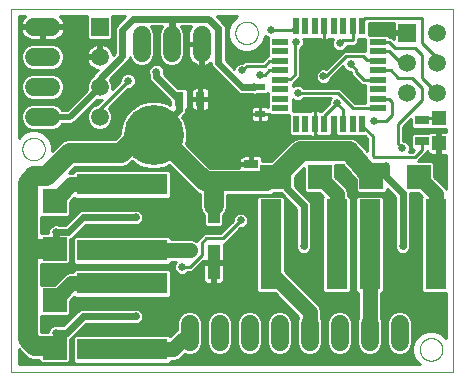
<source format=gtl>
G75*
%MOIN*%
%OFA0B0*%
%FSLAX25Y25*%
%IPPOS*%
%LPD*%
%AMOC8*
5,1,8,0,0,1.08239X$1,22.5*
%
%ADD10C,0.00000*%
%ADD11R,0.07874X0.07874*%
%ADD12C,0.05900*%
%ADD13R,0.05900X0.05900*%
%ADD14C,0.05937*%
%ADD15R,0.02000X0.05800*%
%ADD16R,0.05800X0.02000*%
%ADD17R,0.30000X0.07100*%
%ADD18R,0.07100X0.30000*%
%ADD19R,0.03150X0.04724*%
%ADD20R,0.04724X0.03150*%
%ADD21R,0.03937X0.11614*%
%ADD22R,0.04724X0.04724*%
%ADD23R,0.03268X0.02480*%
%ADD24C,0.20000*%
%ADD25C,0.01000*%
%ADD26C,0.02400*%
%ADD27C,0.02600*%
%ADD28C,0.06600*%
%ADD29C,0.01600*%
%ADD30C,0.05000*%
%ADD31C,0.02000*%
D10*
X0012500Y0010000D02*
X0012500Y0131000D01*
X0159900Y0131000D01*
X0159900Y0010000D01*
X0012500Y0010000D01*
X0016250Y0084300D02*
X0016252Y0084422D01*
X0016258Y0084544D01*
X0016268Y0084666D01*
X0016282Y0084787D01*
X0016300Y0084908D01*
X0016321Y0085028D01*
X0016347Y0085147D01*
X0016376Y0085266D01*
X0016410Y0085383D01*
X0016447Y0085499D01*
X0016488Y0085614D01*
X0016533Y0085728D01*
X0016581Y0085840D01*
X0016633Y0085951D01*
X0016688Y0086059D01*
X0016747Y0086166D01*
X0016810Y0086271D01*
X0016876Y0086374D01*
X0016945Y0086474D01*
X0017017Y0086573D01*
X0017093Y0086669D01*
X0017171Y0086762D01*
X0017253Y0086853D01*
X0017338Y0086941D01*
X0017425Y0087026D01*
X0017515Y0087108D01*
X0017608Y0087188D01*
X0017703Y0087264D01*
X0017801Y0087337D01*
X0017901Y0087407D01*
X0018003Y0087474D01*
X0018107Y0087537D01*
X0018214Y0087597D01*
X0018322Y0087654D01*
X0018432Y0087706D01*
X0018544Y0087756D01*
X0018657Y0087801D01*
X0018772Y0087843D01*
X0018888Y0087881D01*
X0019005Y0087916D01*
X0019123Y0087946D01*
X0019242Y0087973D01*
X0019362Y0087995D01*
X0019483Y0088014D01*
X0019604Y0088029D01*
X0019726Y0088040D01*
X0019847Y0088047D01*
X0019969Y0088050D01*
X0020092Y0088049D01*
X0020214Y0088044D01*
X0020335Y0088035D01*
X0020457Y0088022D01*
X0020578Y0088005D01*
X0020698Y0087984D01*
X0020817Y0087960D01*
X0020936Y0087931D01*
X0021054Y0087899D01*
X0021170Y0087863D01*
X0021286Y0087823D01*
X0021400Y0087779D01*
X0021512Y0087732D01*
X0021623Y0087681D01*
X0021732Y0087626D01*
X0021840Y0087568D01*
X0021945Y0087506D01*
X0022048Y0087441D01*
X0022150Y0087373D01*
X0022248Y0087301D01*
X0022345Y0087226D01*
X0022439Y0087149D01*
X0022530Y0087068D01*
X0022619Y0086984D01*
X0022705Y0086897D01*
X0022788Y0086808D01*
X0022868Y0086716D01*
X0022945Y0086621D01*
X0023019Y0086524D01*
X0023090Y0086424D01*
X0023158Y0086323D01*
X0023222Y0086219D01*
X0023283Y0086113D01*
X0023340Y0086005D01*
X0023394Y0085896D01*
X0023444Y0085784D01*
X0023490Y0085671D01*
X0023533Y0085557D01*
X0023572Y0085441D01*
X0023607Y0085325D01*
X0023639Y0085207D01*
X0023666Y0085088D01*
X0023690Y0084968D01*
X0023710Y0084847D01*
X0023726Y0084726D01*
X0023738Y0084605D01*
X0023746Y0084483D01*
X0023750Y0084361D01*
X0023750Y0084239D01*
X0023746Y0084117D01*
X0023738Y0083995D01*
X0023726Y0083874D01*
X0023710Y0083753D01*
X0023690Y0083632D01*
X0023666Y0083512D01*
X0023639Y0083393D01*
X0023607Y0083275D01*
X0023572Y0083159D01*
X0023533Y0083043D01*
X0023490Y0082929D01*
X0023444Y0082816D01*
X0023394Y0082704D01*
X0023340Y0082595D01*
X0023283Y0082487D01*
X0023222Y0082381D01*
X0023158Y0082277D01*
X0023090Y0082176D01*
X0023019Y0082076D01*
X0022945Y0081979D01*
X0022868Y0081884D01*
X0022788Y0081792D01*
X0022705Y0081703D01*
X0022619Y0081616D01*
X0022530Y0081532D01*
X0022439Y0081451D01*
X0022345Y0081374D01*
X0022248Y0081299D01*
X0022150Y0081227D01*
X0022048Y0081159D01*
X0021945Y0081094D01*
X0021840Y0081032D01*
X0021732Y0080974D01*
X0021623Y0080919D01*
X0021512Y0080868D01*
X0021400Y0080821D01*
X0021286Y0080777D01*
X0021170Y0080737D01*
X0021054Y0080701D01*
X0020936Y0080669D01*
X0020817Y0080640D01*
X0020698Y0080616D01*
X0020578Y0080595D01*
X0020457Y0080578D01*
X0020335Y0080565D01*
X0020214Y0080556D01*
X0020092Y0080551D01*
X0019969Y0080550D01*
X0019847Y0080553D01*
X0019726Y0080560D01*
X0019604Y0080571D01*
X0019483Y0080586D01*
X0019362Y0080605D01*
X0019242Y0080627D01*
X0019123Y0080654D01*
X0019005Y0080684D01*
X0018888Y0080719D01*
X0018772Y0080757D01*
X0018657Y0080799D01*
X0018544Y0080844D01*
X0018432Y0080894D01*
X0018322Y0080946D01*
X0018214Y0081003D01*
X0018107Y0081063D01*
X0018003Y0081126D01*
X0017901Y0081193D01*
X0017801Y0081263D01*
X0017703Y0081336D01*
X0017608Y0081412D01*
X0017515Y0081492D01*
X0017425Y0081574D01*
X0017338Y0081659D01*
X0017253Y0081747D01*
X0017171Y0081838D01*
X0017093Y0081931D01*
X0017017Y0082027D01*
X0016945Y0082126D01*
X0016876Y0082226D01*
X0016810Y0082329D01*
X0016747Y0082434D01*
X0016688Y0082541D01*
X0016633Y0082649D01*
X0016581Y0082760D01*
X0016533Y0082872D01*
X0016488Y0082986D01*
X0016447Y0083101D01*
X0016410Y0083217D01*
X0016376Y0083334D01*
X0016347Y0083453D01*
X0016321Y0083572D01*
X0016300Y0083692D01*
X0016282Y0083813D01*
X0016268Y0083934D01*
X0016258Y0084056D01*
X0016252Y0084178D01*
X0016250Y0084300D01*
X0087250Y0123000D02*
X0087252Y0123122D01*
X0087258Y0123244D01*
X0087268Y0123366D01*
X0087282Y0123487D01*
X0087300Y0123608D01*
X0087321Y0123728D01*
X0087347Y0123847D01*
X0087376Y0123966D01*
X0087410Y0124083D01*
X0087447Y0124199D01*
X0087488Y0124314D01*
X0087533Y0124428D01*
X0087581Y0124540D01*
X0087633Y0124651D01*
X0087688Y0124759D01*
X0087747Y0124866D01*
X0087810Y0124971D01*
X0087876Y0125074D01*
X0087945Y0125174D01*
X0088017Y0125273D01*
X0088093Y0125369D01*
X0088171Y0125462D01*
X0088253Y0125553D01*
X0088338Y0125641D01*
X0088425Y0125726D01*
X0088515Y0125808D01*
X0088608Y0125888D01*
X0088703Y0125964D01*
X0088801Y0126037D01*
X0088901Y0126107D01*
X0089003Y0126174D01*
X0089107Y0126237D01*
X0089214Y0126297D01*
X0089322Y0126354D01*
X0089432Y0126406D01*
X0089544Y0126456D01*
X0089657Y0126501D01*
X0089772Y0126543D01*
X0089888Y0126581D01*
X0090005Y0126616D01*
X0090123Y0126646D01*
X0090242Y0126673D01*
X0090362Y0126695D01*
X0090483Y0126714D01*
X0090604Y0126729D01*
X0090726Y0126740D01*
X0090847Y0126747D01*
X0090969Y0126750D01*
X0091092Y0126749D01*
X0091214Y0126744D01*
X0091335Y0126735D01*
X0091457Y0126722D01*
X0091578Y0126705D01*
X0091698Y0126684D01*
X0091817Y0126660D01*
X0091936Y0126631D01*
X0092054Y0126599D01*
X0092170Y0126563D01*
X0092286Y0126523D01*
X0092400Y0126479D01*
X0092512Y0126432D01*
X0092623Y0126381D01*
X0092732Y0126326D01*
X0092840Y0126268D01*
X0092945Y0126206D01*
X0093048Y0126141D01*
X0093150Y0126073D01*
X0093248Y0126001D01*
X0093345Y0125926D01*
X0093439Y0125849D01*
X0093530Y0125768D01*
X0093619Y0125684D01*
X0093705Y0125597D01*
X0093788Y0125508D01*
X0093868Y0125416D01*
X0093945Y0125321D01*
X0094019Y0125224D01*
X0094090Y0125124D01*
X0094158Y0125023D01*
X0094222Y0124919D01*
X0094283Y0124813D01*
X0094340Y0124705D01*
X0094394Y0124596D01*
X0094444Y0124484D01*
X0094490Y0124371D01*
X0094533Y0124257D01*
X0094572Y0124141D01*
X0094607Y0124025D01*
X0094639Y0123907D01*
X0094666Y0123788D01*
X0094690Y0123668D01*
X0094710Y0123547D01*
X0094726Y0123426D01*
X0094738Y0123305D01*
X0094746Y0123183D01*
X0094750Y0123061D01*
X0094750Y0122939D01*
X0094746Y0122817D01*
X0094738Y0122695D01*
X0094726Y0122574D01*
X0094710Y0122453D01*
X0094690Y0122332D01*
X0094666Y0122212D01*
X0094639Y0122093D01*
X0094607Y0121975D01*
X0094572Y0121859D01*
X0094533Y0121743D01*
X0094490Y0121629D01*
X0094444Y0121516D01*
X0094394Y0121404D01*
X0094340Y0121295D01*
X0094283Y0121187D01*
X0094222Y0121081D01*
X0094158Y0120977D01*
X0094090Y0120876D01*
X0094019Y0120776D01*
X0093945Y0120679D01*
X0093868Y0120584D01*
X0093788Y0120492D01*
X0093705Y0120403D01*
X0093619Y0120316D01*
X0093530Y0120232D01*
X0093439Y0120151D01*
X0093345Y0120074D01*
X0093248Y0119999D01*
X0093150Y0119927D01*
X0093048Y0119859D01*
X0092945Y0119794D01*
X0092840Y0119732D01*
X0092732Y0119674D01*
X0092623Y0119619D01*
X0092512Y0119568D01*
X0092400Y0119521D01*
X0092286Y0119477D01*
X0092170Y0119437D01*
X0092054Y0119401D01*
X0091936Y0119369D01*
X0091817Y0119340D01*
X0091698Y0119316D01*
X0091578Y0119295D01*
X0091457Y0119278D01*
X0091335Y0119265D01*
X0091214Y0119256D01*
X0091092Y0119251D01*
X0090969Y0119250D01*
X0090847Y0119253D01*
X0090726Y0119260D01*
X0090604Y0119271D01*
X0090483Y0119286D01*
X0090362Y0119305D01*
X0090242Y0119327D01*
X0090123Y0119354D01*
X0090005Y0119384D01*
X0089888Y0119419D01*
X0089772Y0119457D01*
X0089657Y0119499D01*
X0089544Y0119544D01*
X0089432Y0119594D01*
X0089322Y0119646D01*
X0089214Y0119703D01*
X0089107Y0119763D01*
X0089003Y0119826D01*
X0088901Y0119893D01*
X0088801Y0119963D01*
X0088703Y0120036D01*
X0088608Y0120112D01*
X0088515Y0120192D01*
X0088425Y0120274D01*
X0088338Y0120359D01*
X0088253Y0120447D01*
X0088171Y0120538D01*
X0088093Y0120631D01*
X0088017Y0120727D01*
X0087945Y0120826D01*
X0087876Y0120926D01*
X0087810Y0121029D01*
X0087747Y0121134D01*
X0087688Y0121241D01*
X0087633Y0121349D01*
X0087581Y0121460D01*
X0087533Y0121572D01*
X0087488Y0121686D01*
X0087447Y0121801D01*
X0087410Y0121917D01*
X0087376Y0122034D01*
X0087347Y0122153D01*
X0087321Y0122272D01*
X0087300Y0122392D01*
X0087282Y0122513D01*
X0087268Y0122634D01*
X0087258Y0122756D01*
X0087252Y0122878D01*
X0087250Y0123000D01*
X0148750Y0017500D02*
X0148752Y0017622D01*
X0148758Y0017744D01*
X0148768Y0017866D01*
X0148782Y0017987D01*
X0148800Y0018108D01*
X0148821Y0018228D01*
X0148847Y0018347D01*
X0148876Y0018466D01*
X0148910Y0018583D01*
X0148947Y0018699D01*
X0148988Y0018814D01*
X0149033Y0018928D01*
X0149081Y0019040D01*
X0149133Y0019151D01*
X0149188Y0019259D01*
X0149247Y0019366D01*
X0149310Y0019471D01*
X0149376Y0019574D01*
X0149445Y0019674D01*
X0149517Y0019773D01*
X0149593Y0019869D01*
X0149671Y0019962D01*
X0149753Y0020053D01*
X0149838Y0020141D01*
X0149925Y0020226D01*
X0150015Y0020308D01*
X0150108Y0020388D01*
X0150203Y0020464D01*
X0150301Y0020537D01*
X0150401Y0020607D01*
X0150503Y0020674D01*
X0150607Y0020737D01*
X0150714Y0020797D01*
X0150822Y0020854D01*
X0150932Y0020906D01*
X0151044Y0020956D01*
X0151157Y0021001D01*
X0151272Y0021043D01*
X0151388Y0021081D01*
X0151505Y0021116D01*
X0151623Y0021146D01*
X0151742Y0021173D01*
X0151862Y0021195D01*
X0151983Y0021214D01*
X0152104Y0021229D01*
X0152226Y0021240D01*
X0152347Y0021247D01*
X0152469Y0021250D01*
X0152592Y0021249D01*
X0152714Y0021244D01*
X0152835Y0021235D01*
X0152957Y0021222D01*
X0153078Y0021205D01*
X0153198Y0021184D01*
X0153317Y0021160D01*
X0153436Y0021131D01*
X0153554Y0021099D01*
X0153670Y0021063D01*
X0153786Y0021023D01*
X0153900Y0020979D01*
X0154012Y0020932D01*
X0154123Y0020881D01*
X0154232Y0020826D01*
X0154340Y0020768D01*
X0154445Y0020706D01*
X0154548Y0020641D01*
X0154650Y0020573D01*
X0154748Y0020501D01*
X0154845Y0020426D01*
X0154939Y0020349D01*
X0155030Y0020268D01*
X0155119Y0020184D01*
X0155205Y0020097D01*
X0155288Y0020008D01*
X0155368Y0019916D01*
X0155445Y0019821D01*
X0155519Y0019724D01*
X0155590Y0019624D01*
X0155658Y0019523D01*
X0155722Y0019419D01*
X0155783Y0019313D01*
X0155840Y0019205D01*
X0155894Y0019096D01*
X0155944Y0018984D01*
X0155990Y0018871D01*
X0156033Y0018757D01*
X0156072Y0018641D01*
X0156107Y0018525D01*
X0156139Y0018407D01*
X0156166Y0018288D01*
X0156190Y0018168D01*
X0156210Y0018047D01*
X0156226Y0017926D01*
X0156238Y0017805D01*
X0156246Y0017683D01*
X0156250Y0017561D01*
X0156250Y0017439D01*
X0156246Y0017317D01*
X0156238Y0017195D01*
X0156226Y0017074D01*
X0156210Y0016953D01*
X0156190Y0016832D01*
X0156166Y0016712D01*
X0156139Y0016593D01*
X0156107Y0016475D01*
X0156072Y0016359D01*
X0156033Y0016243D01*
X0155990Y0016129D01*
X0155944Y0016016D01*
X0155894Y0015904D01*
X0155840Y0015795D01*
X0155783Y0015687D01*
X0155722Y0015581D01*
X0155658Y0015477D01*
X0155590Y0015376D01*
X0155519Y0015276D01*
X0155445Y0015179D01*
X0155368Y0015084D01*
X0155288Y0014992D01*
X0155205Y0014903D01*
X0155119Y0014816D01*
X0155030Y0014732D01*
X0154939Y0014651D01*
X0154845Y0014574D01*
X0154748Y0014499D01*
X0154650Y0014427D01*
X0154548Y0014359D01*
X0154445Y0014294D01*
X0154340Y0014232D01*
X0154232Y0014174D01*
X0154123Y0014119D01*
X0154012Y0014068D01*
X0153900Y0014021D01*
X0153786Y0013977D01*
X0153670Y0013937D01*
X0153554Y0013901D01*
X0153436Y0013869D01*
X0153317Y0013840D01*
X0153198Y0013816D01*
X0153078Y0013795D01*
X0152957Y0013778D01*
X0152835Y0013765D01*
X0152714Y0013756D01*
X0152592Y0013751D01*
X0152469Y0013750D01*
X0152347Y0013753D01*
X0152226Y0013760D01*
X0152104Y0013771D01*
X0151983Y0013786D01*
X0151862Y0013805D01*
X0151742Y0013827D01*
X0151623Y0013854D01*
X0151505Y0013884D01*
X0151388Y0013919D01*
X0151272Y0013957D01*
X0151157Y0013999D01*
X0151044Y0014044D01*
X0150932Y0014094D01*
X0150822Y0014146D01*
X0150714Y0014203D01*
X0150607Y0014263D01*
X0150503Y0014326D01*
X0150401Y0014393D01*
X0150301Y0014463D01*
X0150203Y0014536D01*
X0150108Y0014612D01*
X0150015Y0014692D01*
X0149925Y0014774D01*
X0149838Y0014859D01*
X0149753Y0014947D01*
X0149671Y0015038D01*
X0149593Y0015131D01*
X0149517Y0015227D01*
X0149445Y0015326D01*
X0149376Y0015426D01*
X0149310Y0015529D01*
X0149247Y0015634D01*
X0149188Y0015741D01*
X0149133Y0015849D01*
X0149081Y0015960D01*
X0149033Y0016072D01*
X0148988Y0016186D01*
X0148947Y0016301D01*
X0148910Y0016417D01*
X0148876Y0016534D01*
X0148847Y0016653D01*
X0148821Y0016772D01*
X0148800Y0016892D01*
X0148782Y0017013D01*
X0148768Y0017134D01*
X0148758Y0017256D01*
X0148752Y0017378D01*
X0148750Y0017500D01*
D11*
X0148374Y0075000D03*
X0132626Y0075000D03*
X0115374Y0075000D03*
X0099626Y0075000D03*
X0027000Y0066874D03*
X0027000Y0051126D03*
X0027000Y0033874D03*
X0027000Y0018126D03*
D12*
X0042000Y0095000D03*
X0042000Y0105000D03*
X0042000Y0115000D03*
X0144500Y0113000D03*
X0144500Y0103000D03*
X0154500Y0103000D03*
X0154500Y0113000D03*
X0154500Y0123000D03*
D13*
X0144500Y0123000D03*
X0042000Y0125000D03*
D14*
X0056000Y0122269D02*
X0056000Y0116331D01*
X0066000Y0116331D02*
X0066000Y0122269D01*
X0076000Y0122269D02*
X0076000Y0116331D01*
X0025969Y0115000D02*
X0020031Y0115000D01*
X0020031Y0105000D02*
X0025969Y0105000D01*
X0025969Y0095000D02*
X0020031Y0095000D01*
X0020031Y0125000D02*
X0025969Y0125000D01*
X0072000Y0025969D02*
X0072000Y0020031D01*
X0082000Y0020031D02*
X0082000Y0025969D01*
X0092000Y0025969D02*
X0092000Y0020031D01*
X0102000Y0020031D02*
X0102000Y0025969D01*
X0112000Y0025969D02*
X0112000Y0020031D01*
X0122000Y0020031D02*
X0122000Y0025969D01*
X0132000Y0025969D02*
X0132000Y0020031D01*
X0142000Y0020031D02*
X0142000Y0025969D01*
D15*
X0129500Y0092800D03*
X0126400Y0092800D03*
X0123200Y0092800D03*
X0120100Y0092800D03*
X0116900Y0092800D03*
X0113800Y0092800D03*
X0110600Y0092800D03*
X0107500Y0092800D03*
X0107500Y0125200D03*
X0110600Y0125200D03*
X0113800Y0125200D03*
X0116900Y0125200D03*
X0120100Y0125200D03*
X0123200Y0125200D03*
X0126400Y0125200D03*
X0129500Y0125200D03*
D16*
X0134700Y0120000D03*
X0134700Y0116900D03*
X0134700Y0113700D03*
X0134700Y0110600D03*
X0134700Y0107400D03*
X0134700Y0104300D03*
X0134700Y0101100D03*
X0134700Y0098000D03*
X0102300Y0098000D03*
X0102300Y0101100D03*
X0102300Y0104300D03*
X0102300Y0107400D03*
X0102300Y0110600D03*
X0102300Y0113700D03*
X0102300Y0116900D03*
X0102300Y0120000D03*
D17*
X0049500Y0072500D03*
X0049500Y0050500D03*
X0049500Y0039500D03*
X0049500Y0017500D03*
D18*
X0099000Y0052500D03*
X0121000Y0052500D03*
X0132000Y0052500D03*
X0154000Y0052500D03*
D19*
X0075543Y0101000D03*
X0068457Y0101000D03*
D20*
X0092400Y0079343D03*
X0092400Y0072257D03*
X0149500Y0086857D03*
X0149500Y0093943D03*
D21*
X0080000Y0065449D03*
X0080000Y0046551D03*
D22*
X0155100Y0086266D03*
X0155100Y0094534D03*
D23*
X0095500Y0095972D03*
X0095500Y0105028D03*
D24*
X0083500Y0089000D03*
X0060000Y0089000D03*
D25*
X0052888Y0097869D02*
X0045141Y0097869D01*
X0045028Y0097982D02*
X0051446Y0104400D01*
X0052017Y0104400D01*
X0052973Y0104796D01*
X0053704Y0105527D01*
X0054100Y0106483D01*
X0054100Y0107517D01*
X0053704Y0108473D01*
X0052973Y0109204D01*
X0052017Y0109600D01*
X0050983Y0109600D01*
X0050027Y0109204D01*
X0049296Y0108473D01*
X0048900Y0107517D01*
X0048900Y0106946D01*
X0046250Y0104296D01*
X0046250Y0105845D01*
X0045603Y0107407D01*
X0045423Y0107587D01*
X0050916Y0113081D01*
X0051619Y0113784D01*
X0052000Y0114703D01*
X0052000Y0114834D01*
X0052381Y0113914D01*
X0053582Y0112713D01*
X0055151Y0112063D01*
X0056849Y0112063D01*
X0058418Y0112713D01*
X0059619Y0113914D01*
X0060268Y0115482D01*
X0060268Y0123118D01*
X0059619Y0124686D01*
X0059105Y0125200D01*
X0062895Y0125200D01*
X0062381Y0124686D01*
X0061731Y0123118D01*
X0061731Y0115482D01*
X0062381Y0113914D01*
X0063582Y0112713D01*
X0065151Y0112063D01*
X0066849Y0112063D01*
X0068418Y0112713D01*
X0069619Y0113914D01*
X0070268Y0115482D01*
X0070268Y0123118D01*
X0069619Y0124686D01*
X0069105Y0125200D01*
X0072612Y0125200D01*
X0072592Y0125180D01*
X0072178Y0124611D01*
X0071859Y0123984D01*
X0071642Y0123315D01*
X0071531Y0122620D01*
X0071531Y0119784D01*
X0075516Y0119784D01*
X0075516Y0118816D01*
X0076484Y0118816D01*
X0076484Y0111884D01*
X0077046Y0111973D01*
X0077715Y0112190D01*
X0078342Y0112510D01*
X0078911Y0112923D01*
X0079000Y0113012D01*
X0079000Y0112503D01*
X0079381Y0111584D01*
X0082131Y0108834D01*
X0088084Y0102881D01*
X0089003Y0102500D01*
X0092741Y0102500D01*
X0092983Y0102400D01*
X0094017Y0102400D01*
X0094228Y0102487D01*
X0097672Y0102487D01*
X0098100Y0102915D01*
X0098100Y0102762D01*
X0098162Y0102700D01*
X0098100Y0102638D01*
X0098100Y0099562D01*
X0098112Y0099550D01*
X0098100Y0099538D01*
X0098100Y0098368D01*
X0098055Y0098413D01*
X0097713Y0098610D01*
X0097331Y0098713D01*
X0095620Y0098713D01*
X0095620Y0096093D01*
X0095380Y0096093D01*
X0095380Y0098713D01*
X0093669Y0098713D01*
X0093287Y0098610D01*
X0092945Y0098413D01*
X0092666Y0098134D01*
X0092468Y0097792D01*
X0092366Y0097410D01*
X0092366Y0096093D01*
X0095380Y0096093D01*
X0095380Y0095852D01*
X0095620Y0095852D01*
X0095620Y0093232D01*
X0097331Y0093232D01*
X0097713Y0093335D01*
X0098055Y0093532D01*
X0098334Y0093811D01*
X0098532Y0094153D01*
X0098634Y0094535D01*
X0098634Y0095852D01*
X0095620Y0095852D01*
X0095620Y0096093D01*
X0098469Y0096093D01*
X0098862Y0095700D01*
X0105200Y0095700D01*
X0105200Y0089362D01*
X0105962Y0088600D01*
X0109038Y0088600D01*
X0109050Y0088612D01*
X0109062Y0088600D01*
X0112052Y0088600D01*
X0112221Y0088502D01*
X0112603Y0088400D01*
X0113800Y0088400D01*
X0114997Y0088400D01*
X0115379Y0088502D01*
X0115548Y0088600D01*
X0118352Y0088600D01*
X0118521Y0088502D01*
X0118903Y0088400D01*
X0120100Y0088400D01*
X0121297Y0088400D01*
X0121679Y0088502D01*
X0121848Y0088600D01*
X0124738Y0088600D01*
X0124800Y0088662D01*
X0124862Y0088600D01*
X0127938Y0088600D01*
X0127950Y0088612D01*
X0127962Y0088600D01*
X0130354Y0088600D01*
X0131200Y0087754D01*
X0131200Y0083569D01*
X0129082Y0085969D01*
X0129026Y0086106D01*
X0128480Y0086651D01*
X0127970Y0087230D01*
X0127837Y0087295D01*
X0127732Y0087400D01*
X0127019Y0087695D01*
X0126326Y0088034D01*
X0126178Y0088043D01*
X0126041Y0088100D01*
X0125270Y0088100D01*
X0124500Y0088148D01*
X0124359Y0088100D01*
X0108085Y0088100D01*
X0106394Y0087400D01*
X0101600Y0082606D01*
X0100600Y0081606D01*
X0099232Y0080237D01*
X0096262Y0080237D01*
X0096262Y0081116D01*
X0096160Y0081497D01*
X0095962Y0081839D01*
X0095683Y0082118D01*
X0095341Y0082316D01*
X0094960Y0082418D01*
X0092687Y0082418D01*
X0092687Y0079631D01*
X0092113Y0079631D01*
X0092113Y0082418D01*
X0089840Y0082418D01*
X0089459Y0082316D01*
X0089117Y0082118D01*
X0088837Y0081839D01*
X0088640Y0081497D01*
X0088538Y0081116D01*
X0088538Y0079631D01*
X0092113Y0079631D01*
X0092113Y0079056D01*
X0088538Y0079056D01*
X0088538Y0078100D01*
X0078905Y0078100D01*
X0070918Y0086087D01*
X0071300Y0087512D01*
X0071300Y0090488D01*
X0070530Y0093362D01*
X0069566Y0095031D01*
X0070576Y0096041D01*
X0070957Y0096959D01*
X0070957Y0097725D01*
X0071331Y0098099D01*
X0071331Y0103901D01*
X0070570Y0104662D01*
X0068279Y0104662D01*
X0063450Y0109363D01*
X0063500Y0109483D01*
X0063500Y0110517D01*
X0063104Y0111473D01*
X0062373Y0112204D01*
X0061417Y0112600D01*
X0060383Y0112600D01*
X0059427Y0112204D01*
X0058696Y0111473D01*
X0058300Y0110517D01*
X0058300Y0109483D01*
X0058400Y0109241D01*
X0058400Y0108837D01*
X0058394Y0108820D01*
X0058400Y0108340D01*
X0058400Y0107859D01*
X0058407Y0107843D01*
X0058407Y0107826D01*
X0058597Y0107384D01*
X0058781Y0106941D01*
X0058793Y0106928D01*
X0058800Y0106912D01*
X0059144Y0106577D01*
X0059484Y0106237D01*
X0059500Y0106231D01*
X0065582Y0100310D01*
X0065582Y0098825D01*
X0064362Y0099530D01*
X0061488Y0100300D01*
X0058512Y0100300D01*
X0055638Y0099530D01*
X0053062Y0098042D01*
X0050958Y0095938D01*
X0049470Y0093362D01*
X0048700Y0090488D01*
X0048700Y0089205D01*
X0047095Y0087600D01*
X0031085Y0087600D01*
X0029394Y0086900D01*
X0026250Y0083755D01*
X0026250Y0085543D01*
X0025298Y0087840D01*
X0023540Y0089598D01*
X0021243Y0090550D01*
X0018757Y0090550D01*
X0016460Y0089598D01*
X0015000Y0088139D01*
X0015000Y0128500D01*
X0017247Y0128500D01*
X0017120Y0128408D01*
X0016623Y0127911D01*
X0016210Y0127342D01*
X0015890Y0126715D01*
X0015673Y0126046D01*
X0015584Y0125484D01*
X0022516Y0125484D01*
X0022516Y0124516D01*
X0023484Y0124516D01*
X0023484Y0120531D01*
X0026320Y0120531D01*
X0027015Y0120642D01*
X0027684Y0120859D01*
X0028311Y0121178D01*
X0028880Y0121592D01*
X0029377Y0122089D01*
X0029790Y0122658D01*
X0030110Y0123285D01*
X0030327Y0123954D01*
X0030416Y0124516D01*
X0023484Y0124516D01*
X0023484Y0125484D01*
X0030416Y0125484D01*
X0030327Y0126046D01*
X0030110Y0126715D01*
X0029790Y0127342D01*
X0029377Y0127911D01*
X0028880Y0128408D01*
X0028753Y0128500D01*
X0037762Y0128500D01*
X0037750Y0128488D01*
X0037750Y0121512D01*
X0038512Y0120750D01*
X0045488Y0120750D01*
X0046250Y0121512D01*
X0046250Y0128488D01*
X0046238Y0128500D01*
X0050464Y0128500D01*
X0047381Y0125416D01*
X0047000Y0124497D01*
X0047000Y0116236D01*
X0046404Y0115640D01*
X0046340Y0116042D01*
X0046124Y0116708D01*
X0045806Y0117332D01*
X0045394Y0117899D01*
X0044899Y0118394D01*
X0044332Y0118806D01*
X0043708Y0119124D01*
X0043042Y0119340D01*
X0042475Y0119430D01*
X0042475Y0115475D01*
X0041525Y0115475D01*
X0041525Y0119430D01*
X0040958Y0119340D01*
X0040292Y0119124D01*
X0039668Y0118806D01*
X0039101Y0118394D01*
X0038606Y0117899D01*
X0038194Y0117332D01*
X0037876Y0116708D01*
X0037660Y0116042D01*
X0037570Y0115475D01*
X0041525Y0115475D01*
X0041525Y0114525D01*
X0037570Y0114525D01*
X0037660Y0113958D01*
X0037876Y0113292D01*
X0038194Y0112668D01*
X0038606Y0112101D01*
X0039101Y0111606D01*
X0039668Y0111194D01*
X0040292Y0110876D01*
X0040958Y0110660D01*
X0041360Y0110596D01*
X0040584Y0109819D01*
X0039881Y0109116D01*
X0039684Y0108641D01*
X0039593Y0108603D01*
X0038397Y0107407D01*
X0037750Y0105845D01*
X0037750Y0104155D01*
X0037795Y0104047D01*
X0031047Y0097300D01*
X0029636Y0097300D01*
X0029587Y0097418D01*
X0028386Y0098619D01*
X0026818Y0099268D01*
X0019182Y0099268D01*
X0017614Y0098619D01*
X0016413Y0097418D01*
X0015763Y0095849D01*
X0015763Y0094151D01*
X0016413Y0092582D01*
X0017614Y0091381D01*
X0019182Y0090731D01*
X0026818Y0090731D01*
X0028386Y0091381D01*
X0029587Y0092582D01*
X0029636Y0092700D01*
X0032953Y0092700D01*
X0041047Y0100795D01*
X0041155Y0100750D01*
X0042704Y0100750D01*
X0041204Y0099250D01*
X0041155Y0099250D01*
X0039593Y0098603D01*
X0038397Y0097407D01*
X0037750Y0095845D01*
X0037750Y0094155D01*
X0038397Y0092593D01*
X0039593Y0091397D01*
X0041155Y0090750D01*
X0042845Y0090750D01*
X0044407Y0091397D01*
X0045603Y0092593D01*
X0046250Y0094155D01*
X0046250Y0095845D01*
X0045603Y0097407D01*
X0045028Y0097982D01*
X0045913Y0098868D02*
X0054491Y0098868D01*
X0056893Y0099866D02*
X0046912Y0099866D01*
X0047910Y0100865D02*
X0065012Y0100865D01*
X0065582Y0099866D02*
X0063107Y0099866D01*
X0063986Y0101863D02*
X0048909Y0101863D01*
X0049907Y0102862D02*
X0062961Y0102862D01*
X0061935Y0103860D02*
X0050906Y0103860D01*
X0053036Y0104859D02*
X0060909Y0104859D01*
X0059884Y0105857D02*
X0053841Y0105857D01*
X0054100Y0106856D02*
X0058858Y0106856D01*
X0058402Y0107854D02*
X0053960Y0107854D01*
X0053324Y0108853D02*
X0058400Y0108853D01*
X0058300Y0109851D02*
X0047687Y0109851D01*
X0048685Y0110850D02*
X0058438Y0110850D01*
X0059071Y0111848D02*
X0049684Y0111848D01*
X0050682Y0112847D02*
X0053448Y0112847D01*
X0052450Y0113845D02*
X0051645Y0113845D01*
X0050916Y0113081D02*
X0050916Y0113081D01*
X0049676Y0108853D02*
X0046688Y0108853D01*
X0045690Y0107854D02*
X0049040Y0107854D01*
X0048810Y0106856D02*
X0045832Y0106856D01*
X0046245Y0105857D02*
X0047812Y0105857D01*
X0046813Y0104859D02*
X0046250Y0104859D01*
X0051500Y0107000D02*
X0042000Y0097500D01*
X0042000Y0095000D01*
X0046250Y0094873D02*
X0050343Y0094873D01*
X0049766Y0093875D02*
X0046134Y0093875D01*
X0045721Y0092876D02*
X0049340Y0092876D01*
X0049073Y0091878D02*
X0044888Y0091878D01*
X0043158Y0090879D02*
X0048805Y0090879D01*
X0048700Y0089881D02*
X0022859Y0089881D01*
X0024256Y0088882D02*
X0048377Y0088882D01*
X0047379Y0087884D02*
X0025255Y0087884D01*
X0025694Y0086885D02*
X0029380Y0086885D01*
X0028381Y0085887D02*
X0026108Y0085887D01*
X0026250Y0084888D02*
X0027383Y0084888D01*
X0026384Y0083890D02*
X0026250Y0083890D01*
X0027175Y0090879D02*
X0040842Y0090879D01*
X0039112Y0091878D02*
X0028883Y0091878D01*
X0033129Y0092876D02*
X0038279Y0092876D01*
X0037866Y0093875D02*
X0034128Y0093875D01*
X0035126Y0094873D02*
X0037750Y0094873D01*
X0037761Y0095872D02*
X0036125Y0095872D01*
X0037123Y0096870D02*
X0038175Y0096870D01*
X0038122Y0097869D02*
X0038859Y0097869D01*
X0039120Y0098868D02*
X0040231Y0098868D01*
X0040119Y0099866D02*
X0041820Y0099866D01*
X0037607Y0103860D02*
X0030117Y0103860D01*
X0030237Y0104151D02*
X0029587Y0102582D01*
X0028386Y0101381D01*
X0026818Y0100731D01*
X0019182Y0100731D01*
X0017614Y0101381D01*
X0016413Y0102582D01*
X0015763Y0104151D01*
X0015763Y0105849D01*
X0016413Y0107418D01*
X0017614Y0108619D01*
X0019182Y0109268D01*
X0026818Y0109268D01*
X0028386Y0108619D01*
X0029587Y0107418D01*
X0030237Y0105849D01*
X0030237Y0104151D01*
X0030237Y0104859D02*
X0037750Y0104859D01*
X0037755Y0105857D02*
X0030234Y0105857D01*
X0029820Y0106856D02*
X0038168Y0106856D01*
X0038844Y0107854D02*
X0029151Y0107854D01*
X0027822Y0108853D02*
X0039771Y0108853D01*
X0040616Y0109851D02*
X0015000Y0109851D01*
X0015000Y0108853D02*
X0018178Y0108853D01*
X0016849Y0107854D02*
X0015000Y0107854D01*
X0015000Y0106856D02*
X0016180Y0106856D01*
X0015766Y0105857D02*
X0015000Y0105857D01*
X0015000Y0104859D02*
X0015763Y0104859D01*
X0015883Y0103860D02*
X0015000Y0103860D01*
X0015000Y0102862D02*
X0016297Y0102862D01*
X0017132Y0101863D02*
X0015000Y0101863D01*
X0015000Y0100865D02*
X0018861Y0100865D01*
X0018214Y0098868D02*
X0015000Y0098868D01*
X0015000Y0099866D02*
X0033613Y0099866D01*
X0032615Y0098868D02*
X0027786Y0098868D01*
X0029136Y0097869D02*
X0031616Y0097869D01*
X0034612Y0100865D02*
X0027139Y0100865D01*
X0028868Y0101863D02*
X0035610Y0101863D01*
X0036609Y0102862D02*
X0029703Y0102862D01*
X0026818Y0110731D02*
X0028386Y0111381D01*
X0029587Y0112582D01*
X0030237Y0114151D01*
X0030237Y0115849D01*
X0029587Y0117418D01*
X0028386Y0118619D01*
X0026818Y0119268D01*
X0019182Y0119268D01*
X0017614Y0118619D01*
X0016413Y0117418D01*
X0015763Y0115849D01*
X0015763Y0114151D01*
X0016413Y0112582D01*
X0017614Y0111381D01*
X0019182Y0110731D01*
X0026818Y0110731D01*
X0027103Y0110850D02*
X0040373Y0110850D01*
X0038859Y0111848D02*
X0028853Y0111848D01*
X0029697Y0112847D02*
X0038103Y0112847D01*
X0037696Y0113845D02*
X0030110Y0113845D01*
X0030237Y0114844D02*
X0041525Y0114844D01*
X0041525Y0115842D02*
X0042475Y0115842D01*
X0042475Y0116841D02*
X0041525Y0116841D01*
X0041525Y0117839D02*
X0042475Y0117839D01*
X0042475Y0118838D02*
X0041525Y0118838D01*
X0039730Y0118838D02*
X0027858Y0118838D01*
X0029166Y0117839D02*
X0038562Y0117839D01*
X0037944Y0116841D02*
X0029826Y0116841D01*
X0030237Y0115842D02*
X0037628Y0115842D01*
X0038427Y0120835D02*
X0027610Y0120835D01*
X0029121Y0121833D02*
X0037750Y0121833D01*
X0037750Y0122832D02*
X0029879Y0122832D01*
X0030287Y0123830D02*
X0037750Y0123830D01*
X0037750Y0124829D02*
X0023484Y0124829D01*
X0022516Y0124829D02*
X0015000Y0124829D01*
X0015584Y0124516D02*
X0015673Y0123954D01*
X0015890Y0123285D01*
X0016210Y0122658D01*
X0016623Y0122089D01*
X0017120Y0121592D01*
X0017689Y0121178D01*
X0018316Y0120859D01*
X0018985Y0120642D01*
X0019680Y0120531D01*
X0022516Y0120531D01*
X0022516Y0124516D01*
X0015584Y0124516D01*
X0015713Y0123830D02*
X0015000Y0123830D01*
X0015000Y0122832D02*
X0016121Y0122832D01*
X0016879Y0121833D02*
X0015000Y0121833D01*
X0015000Y0120835D02*
X0018390Y0120835D01*
X0018142Y0118838D02*
X0015000Y0118838D01*
X0015000Y0119836D02*
X0047000Y0119836D01*
X0047000Y0118838D02*
X0044270Y0118838D01*
X0045438Y0117839D02*
X0047000Y0117839D01*
X0047000Y0116841D02*
X0046056Y0116841D01*
X0046372Y0115842D02*
X0046607Y0115842D01*
X0047000Y0120835D02*
X0045573Y0120835D01*
X0046250Y0121833D02*
X0047000Y0121833D01*
X0047000Y0122832D02*
X0046250Y0122832D01*
X0046250Y0123830D02*
X0047000Y0123830D01*
X0047137Y0124829D02*
X0046250Y0124829D01*
X0046250Y0125827D02*
X0047792Y0125827D01*
X0048790Y0126826D02*
X0046250Y0126826D01*
X0046250Y0127824D02*
X0049789Y0127824D01*
X0059476Y0124829D02*
X0062524Y0124829D01*
X0062027Y0123830D02*
X0059973Y0123830D01*
X0060268Y0122832D02*
X0061731Y0122832D01*
X0061731Y0121833D02*
X0060268Y0121833D01*
X0060268Y0120835D02*
X0061731Y0120835D01*
X0061731Y0119836D02*
X0060268Y0119836D01*
X0060268Y0118838D02*
X0061731Y0118838D01*
X0061731Y0117839D02*
X0060268Y0117839D01*
X0060268Y0116841D02*
X0061731Y0116841D01*
X0061731Y0115842D02*
X0060268Y0115842D01*
X0060004Y0114844D02*
X0061996Y0114844D01*
X0062450Y0113845D02*
X0059550Y0113845D01*
X0058552Y0112847D02*
X0063448Y0112847D01*
X0062729Y0111848D02*
X0079271Y0111848D01*
X0079000Y0112847D02*
X0078806Y0112847D01*
X0076484Y0112847D02*
X0075516Y0112847D01*
X0075516Y0111884D02*
X0074954Y0111973D01*
X0074285Y0112190D01*
X0073658Y0112510D01*
X0073089Y0112923D01*
X0072592Y0113420D01*
X0072178Y0113989D01*
X0071859Y0114616D01*
X0071642Y0115285D01*
X0071531Y0115980D01*
X0071531Y0118816D01*
X0075516Y0118816D01*
X0075516Y0111884D01*
X0075516Y0113845D02*
X0076484Y0113845D01*
X0076484Y0114844D02*
X0075516Y0114844D01*
X0075516Y0115842D02*
X0076484Y0115842D01*
X0076484Y0116841D02*
X0075516Y0116841D01*
X0075516Y0117839D02*
X0076484Y0117839D01*
X0075516Y0118838D02*
X0070268Y0118838D01*
X0070268Y0119836D02*
X0071531Y0119836D01*
X0071531Y0120835D02*
X0070268Y0120835D01*
X0070268Y0121833D02*
X0071531Y0121833D01*
X0071565Y0122832D02*
X0070268Y0122832D01*
X0069973Y0123830D02*
X0071809Y0123830D01*
X0072337Y0124829D02*
X0069476Y0124829D01*
X0070268Y0117839D02*
X0071531Y0117839D01*
X0071531Y0116841D02*
X0070268Y0116841D01*
X0070268Y0115842D02*
X0071553Y0115842D01*
X0071785Y0114844D02*
X0070004Y0114844D01*
X0069550Y0113845D02*
X0072283Y0113845D01*
X0073194Y0112847D02*
X0068552Y0112847D01*
X0063974Y0108853D02*
X0082112Y0108853D01*
X0081113Y0109851D02*
X0063500Y0109851D01*
X0063362Y0110850D02*
X0080115Y0110850D01*
X0083110Y0107854D02*
X0065000Y0107854D01*
X0066026Y0106856D02*
X0084109Y0106856D01*
X0085107Y0105857D02*
X0067051Y0105857D01*
X0068077Y0104859D02*
X0073758Y0104859D01*
X0073771Y0104862D02*
X0073390Y0104760D01*
X0073047Y0104562D01*
X0072768Y0104283D01*
X0072571Y0103941D01*
X0072469Y0103560D01*
X0072468Y0101287D01*
X0075256Y0101287D01*
X0075256Y0100713D01*
X0072469Y0100713D01*
X0072469Y0098440D01*
X0072571Y0098059D01*
X0072768Y0097717D01*
X0073047Y0097437D01*
X0073390Y0097240D01*
X0073771Y0097138D01*
X0075256Y0097138D01*
X0075256Y0100713D01*
X0075831Y0100713D01*
X0075831Y0101287D01*
X0078618Y0101287D01*
X0078618Y0103560D01*
X0078516Y0103941D01*
X0078318Y0104283D01*
X0078039Y0104562D01*
X0077697Y0104760D01*
X0077316Y0104862D01*
X0075831Y0104862D01*
X0075831Y0101287D01*
X0075256Y0101287D01*
X0075256Y0104862D01*
X0073771Y0104862D01*
X0075256Y0104859D02*
X0075831Y0104859D01*
X0075831Y0103860D02*
X0075256Y0103860D01*
X0075256Y0102862D02*
X0075831Y0102862D01*
X0075831Y0101863D02*
X0075256Y0101863D01*
X0075256Y0100865D02*
X0071331Y0100865D01*
X0071331Y0101863D02*
X0072469Y0101863D01*
X0072469Y0102862D02*
X0071331Y0102862D01*
X0071331Y0103860D02*
X0072549Y0103860D01*
X0072469Y0099866D02*
X0071331Y0099866D01*
X0071331Y0098868D02*
X0072469Y0098868D01*
X0072680Y0097869D02*
X0071101Y0097869D01*
X0070920Y0096870D02*
X0092366Y0096870D01*
X0092513Y0097869D02*
X0078406Y0097869D01*
X0078318Y0097717D02*
X0078516Y0098059D01*
X0078618Y0098440D01*
X0078618Y0100713D01*
X0075831Y0100713D01*
X0075831Y0097138D01*
X0077316Y0097138D01*
X0077697Y0097240D01*
X0078039Y0097437D01*
X0078318Y0097717D01*
X0078618Y0098868D02*
X0098100Y0098868D01*
X0098100Y0099866D02*
X0078618Y0099866D01*
X0078618Y0101863D02*
X0098100Y0101863D01*
X0098100Y0100865D02*
X0075831Y0100865D01*
X0075831Y0099866D02*
X0075256Y0099866D01*
X0075256Y0098868D02*
X0075831Y0098868D01*
X0075831Y0097869D02*
X0075256Y0097869D01*
X0070660Y0092876D02*
X0105200Y0092876D01*
X0105200Y0091878D02*
X0070927Y0091878D01*
X0071195Y0090879D02*
X0105200Y0090879D01*
X0105200Y0089881D02*
X0071300Y0089881D01*
X0071300Y0088882D02*
X0105679Y0088882D01*
X0105880Y0086885D02*
X0071132Y0086885D01*
X0071119Y0085887D02*
X0104881Y0085887D01*
X0103883Y0084888D02*
X0072117Y0084888D01*
X0073116Y0083890D02*
X0102884Y0083890D01*
X0101886Y0082891D02*
X0074114Y0082891D01*
X0075113Y0081893D02*
X0088891Y0081893D01*
X0088538Y0080894D02*
X0076111Y0080894D01*
X0077110Y0079896D02*
X0088538Y0079896D01*
X0088538Y0078897D02*
X0078108Y0078897D01*
X0072087Y0071908D02*
X0065800Y0071908D01*
X0065800Y0072906D02*
X0071088Y0072906D01*
X0070090Y0073905D02*
X0065800Y0073905D01*
X0065800Y0074903D02*
X0069091Y0074903D01*
X0068093Y0075902D02*
X0065800Y0075902D01*
X0065800Y0076588D02*
X0065038Y0077350D01*
X0033962Y0077350D01*
X0033200Y0076588D01*
X0033200Y0076300D01*
X0031870Y0076300D01*
X0031760Y0076254D01*
X0033905Y0078400D01*
X0049915Y0078400D01*
X0051606Y0079100D01*
X0052762Y0080257D01*
X0053062Y0079958D01*
X0055638Y0078470D01*
X0058512Y0077700D01*
X0061488Y0077700D01*
X0064362Y0078470D01*
X0065099Y0078896D01*
X0074394Y0069600D01*
X0075400Y0069184D01*
X0075400Y0064534D01*
X0076100Y0062843D01*
X0076731Y0062212D01*
X0076731Y0059103D01*
X0077493Y0058342D01*
X0082507Y0058342D01*
X0083268Y0059103D01*
X0083268Y0062212D01*
X0083900Y0062843D01*
X0084600Y0064534D01*
X0084600Y0068900D01*
X0097299Y0068900D01*
X0097881Y0068817D01*
X0098206Y0068900D01*
X0098541Y0068900D01*
X0099084Y0069125D01*
X0099654Y0069271D01*
X0099922Y0069472D01*
X0100232Y0069600D01*
X0100394Y0069763D01*
X0102306Y0069763D01*
X0102381Y0069584D01*
X0103084Y0068881D01*
X0107500Y0064464D01*
X0107500Y0052759D01*
X0107400Y0052517D01*
X0107400Y0051483D01*
X0107796Y0050527D01*
X0108527Y0049796D01*
X0109483Y0049400D01*
X0110517Y0049400D01*
X0111473Y0049796D01*
X0112204Y0050527D01*
X0112600Y0051483D01*
X0112600Y0052517D01*
X0112500Y0052759D01*
X0112500Y0065997D01*
X0112119Y0066916D01*
X0107000Y0072036D01*
X0107000Y0074995D01*
X0107106Y0075100D01*
X0108106Y0076100D01*
X0110137Y0078132D01*
X0110137Y0070525D01*
X0110899Y0069763D01*
X0115237Y0069763D01*
X0116556Y0068444D01*
X0116150Y0068038D01*
X0116150Y0036962D01*
X0116912Y0036200D01*
X0125088Y0036200D01*
X0125850Y0036962D01*
X0125850Y0068038D01*
X0125088Y0068800D01*
X0124800Y0068800D01*
X0124800Y0070130D01*
X0124221Y0071527D01*
X0123153Y0072595D01*
X0120611Y0075137D01*
X0120611Y0078900D01*
X0123050Y0078900D01*
X0127389Y0073983D01*
X0127389Y0070525D01*
X0128150Y0069763D01*
X0137101Y0069763D01*
X0137863Y0070525D01*
X0137863Y0071107D01*
X0140500Y0068470D01*
X0140500Y0052759D01*
X0140400Y0052517D01*
X0140400Y0051483D01*
X0140796Y0050527D01*
X0141527Y0049796D01*
X0142483Y0049400D01*
X0143517Y0049400D01*
X0144473Y0049796D01*
X0145204Y0050527D01*
X0145600Y0051483D01*
X0145600Y0052517D01*
X0145500Y0052759D01*
X0145500Y0069763D01*
X0148237Y0069763D01*
X0149556Y0068444D01*
X0149150Y0068038D01*
X0149150Y0036962D01*
X0149912Y0036200D01*
X0157400Y0036200D01*
X0157400Y0021439D01*
X0156040Y0022798D01*
X0153743Y0023750D01*
X0151257Y0023750D01*
X0148960Y0022798D01*
X0147202Y0021040D01*
X0146250Y0018743D01*
X0146250Y0016257D01*
X0147202Y0013960D01*
X0148661Y0012500D01*
X0015000Y0012500D01*
X0015000Y0017495D01*
X0016600Y0015894D01*
X0017894Y0014600D01*
X0019585Y0013900D01*
X0021763Y0013900D01*
X0021763Y0013650D01*
X0022525Y0012889D01*
X0031475Y0012889D01*
X0032237Y0013650D01*
X0032237Y0020806D01*
X0032416Y0020881D01*
X0033119Y0021584D01*
X0037536Y0026000D01*
X0053241Y0026000D01*
X0053483Y0025900D01*
X0054517Y0025900D01*
X0055473Y0026296D01*
X0056204Y0027027D01*
X0056600Y0027983D01*
X0056600Y0029017D01*
X0056204Y0029973D01*
X0055473Y0030704D01*
X0054517Y0031100D01*
X0053483Y0031100D01*
X0053241Y0031000D01*
X0036003Y0031000D01*
X0035084Y0030619D01*
X0029964Y0025500D01*
X0028259Y0025500D01*
X0028017Y0025600D01*
X0026983Y0025600D01*
X0026027Y0025204D01*
X0025296Y0024473D01*
X0024900Y0023517D01*
X0024900Y0023363D01*
X0022600Y0023363D01*
X0022600Y0028637D01*
X0031475Y0028637D01*
X0032237Y0029399D01*
X0032237Y0033737D01*
X0033556Y0035056D01*
X0033962Y0034650D01*
X0065038Y0034650D01*
X0065800Y0035412D01*
X0065800Y0043588D01*
X0065038Y0044350D01*
X0033962Y0044350D01*
X0033200Y0043588D01*
X0033200Y0043300D01*
X0031870Y0043300D01*
X0030473Y0042721D01*
X0029405Y0041653D01*
X0026863Y0039111D01*
X0022600Y0039111D01*
X0022600Y0045889D01*
X0031475Y0045889D01*
X0032237Y0046650D01*
X0032237Y0054158D01*
X0033016Y0054481D01*
X0033719Y0055184D01*
X0037536Y0059000D01*
X0053241Y0059000D01*
X0053483Y0058900D01*
X0054517Y0058900D01*
X0055473Y0059296D01*
X0056204Y0060027D01*
X0056600Y0060983D01*
X0056600Y0062017D01*
X0056204Y0062973D01*
X0055473Y0063704D01*
X0054517Y0064100D01*
X0053483Y0064100D01*
X0053241Y0064000D01*
X0036003Y0064000D01*
X0035084Y0063619D01*
X0030564Y0059100D01*
X0028259Y0059100D01*
X0028017Y0059200D01*
X0026983Y0059200D01*
X0026027Y0058804D01*
X0025296Y0058073D01*
X0024900Y0057117D01*
X0024900Y0056363D01*
X0022600Y0056363D01*
X0022600Y0061637D01*
X0031475Y0061637D01*
X0032237Y0062399D01*
X0032237Y0066737D01*
X0033556Y0068056D01*
X0033962Y0067650D01*
X0065038Y0067650D01*
X0065800Y0068412D01*
X0065800Y0076588D01*
X0065488Y0076900D02*
X0067094Y0076900D01*
X0066096Y0077899D02*
X0062229Y0077899D01*
X0057770Y0077899D02*
X0033404Y0077899D01*
X0033512Y0076900D02*
X0032406Y0076900D01*
X0033414Y0067914D02*
X0033698Y0067914D01*
X0032415Y0066915D02*
X0075400Y0066915D01*
X0075400Y0065917D02*
X0032237Y0065917D01*
X0032237Y0064918D02*
X0075400Y0064918D01*
X0075654Y0063920D02*
X0054953Y0063920D01*
X0056226Y0062921D02*
X0076068Y0062921D01*
X0076731Y0061923D02*
X0056600Y0061923D01*
X0056576Y0060924D02*
X0076731Y0060924D01*
X0076731Y0059926D02*
X0056103Y0059926D01*
X0054582Y0058927D02*
X0076908Y0058927D01*
X0076754Y0056300D02*
X0075700Y0055246D01*
X0075700Y0055246D01*
X0074200Y0053746D01*
X0074200Y0053674D01*
X0074153Y0053721D01*
X0072756Y0054300D01*
X0065800Y0054300D01*
X0065800Y0054588D01*
X0065038Y0055350D01*
X0033962Y0055350D01*
X0033200Y0054588D01*
X0033200Y0046412D01*
X0033962Y0045650D01*
X0065038Y0045650D01*
X0065800Y0046412D01*
X0065800Y0046700D01*
X0067523Y0046700D01*
X0067296Y0046473D01*
X0066900Y0045517D01*
X0066900Y0044483D01*
X0067296Y0043527D01*
X0068027Y0042796D01*
X0068983Y0042400D01*
X0070017Y0042400D01*
X0070973Y0042796D01*
X0071377Y0043200D01*
X0072746Y0043200D01*
X0076581Y0047035D01*
X0079516Y0047035D01*
X0079516Y0046067D01*
X0080484Y0046067D01*
X0080484Y0039244D01*
X0082166Y0039244D01*
X0082547Y0039346D01*
X0082890Y0039544D01*
X0083169Y0039823D01*
X0083366Y0040165D01*
X0083468Y0040547D01*
X0083468Y0046067D01*
X0080484Y0046067D01*
X0080484Y0047035D01*
X0083468Y0047035D01*
X0083468Y0052556D01*
X0083430Y0052700D01*
X0083746Y0052700D01*
X0088946Y0057900D01*
X0089517Y0057900D01*
X0090473Y0058296D01*
X0091204Y0059027D01*
X0091600Y0059983D01*
X0091600Y0061017D01*
X0091204Y0061973D01*
X0090473Y0062704D01*
X0089517Y0063100D01*
X0088483Y0063100D01*
X0087527Y0062704D01*
X0086796Y0061973D01*
X0086400Y0061017D01*
X0086400Y0060446D01*
X0082254Y0056300D01*
X0076754Y0056300D01*
X0076386Y0055932D02*
X0034467Y0055932D01*
X0033545Y0054933D02*
X0033469Y0054933D01*
X0033200Y0053934D02*
X0032237Y0053934D01*
X0032237Y0052936D02*
X0033200Y0052936D01*
X0033200Y0051937D02*
X0032237Y0051937D01*
X0032237Y0050939D02*
X0033200Y0050939D01*
X0033200Y0049940D02*
X0032237Y0049940D01*
X0032237Y0048942D02*
X0033200Y0048942D01*
X0033200Y0047943D02*
X0032237Y0047943D01*
X0032237Y0046945D02*
X0033200Y0046945D01*
X0033665Y0045946D02*
X0031533Y0045946D01*
X0033561Y0043949D02*
X0022600Y0043949D01*
X0022600Y0042951D02*
X0031027Y0042951D01*
X0029704Y0041952D02*
X0022600Y0041952D01*
X0022600Y0040954D02*
X0028706Y0040954D01*
X0027707Y0039955D02*
X0022600Y0039955D01*
X0022600Y0044948D02*
X0066900Y0044948D01*
X0067078Y0045946D02*
X0065335Y0045946D01*
X0065439Y0043949D02*
X0067121Y0043949D01*
X0067872Y0042951D02*
X0065800Y0042951D01*
X0065800Y0041952D02*
X0076531Y0041952D01*
X0076531Y0040954D02*
X0065800Y0040954D01*
X0065800Y0039955D02*
X0076755Y0039955D01*
X0076831Y0039823D02*
X0077110Y0039544D01*
X0077453Y0039346D01*
X0077834Y0039244D01*
X0079516Y0039244D01*
X0079516Y0046067D01*
X0076531Y0046067D01*
X0076531Y0040547D01*
X0076634Y0040165D01*
X0076831Y0039823D01*
X0076531Y0042951D02*
X0071128Y0042951D01*
X0072000Y0045000D02*
X0069500Y0045000D01*
X0072000Y0045000D02*
X0076000Y0049000D01*
X0076000Y0053000D01*
X0077500Y0054500D01*
X0083000Y0054500D01*
X0089000Y0060500D01*
X0088051Y0062921D02*
X0083932Y0062921D01*
X0084346Y0063920D02*
X0094150Y0063920D01*
X0094150Y0064918D02*
X0084600Y0064918D01*
X0084600Y0065917D02*
X0094150Y0065917D01*
X0094150Y0066915D02*
X0084600Y0066915D01*
X0084600Y0067914D02*
X0094150Y0067914D01*
X0094150Y0068038D02*
X0094150Y0036962D01*
X0094912Y0036200D01*
X0100426Y0036200D01*
X0108200Y0028426D01*
X0108200Y0027949D01*
X0107731Y0026818D01*
X0107731Y0019182D01*
X0108381Y0017614D01*
X0109582Y0016413D01*
X0111151Y0015763D01*
X0112849Y0015763D01*
X0114418Y0016413D01*
X0115619Y0017614D01*
X0116268Y0019182D01*
X0116268Y0026818D01*
X0115800Y0027949D01*
X0115800Y0030756D01*
X0115221Y0032153D01*
X0103850Y0043524D01*
X0103850Y0068038D01*
X0103088Y0068800D01*
X0094912Y0068800D01*
X0094150Y0068038D01*
X0098570Y0068912D02*
X0103052Y0068912D01*
X0103850Y0067914D02*
X0104051Y0067914D01*
X0103850Y0066915D02*
X0105049Y0066915D01*
X0106048Y0065917D02*
X0103850Y0065917D01*
X0103850Y0064918D02*
X0107046Y0064918D01*
X0107500Y0063920D02*
X0103850Y0063920D01*
X0103850Y0062921D02*
X0107500Y0062921D01*
X0107500Y0061923D02*
X0103850Y0061923D01*
X0103850Y0060924D02*
X0107500Y0060924D01*
X0107500Y0059926D02*
X0103850Y0059926D01*
X0103850Y0058927D02*
X0107500Y0058927D01*
X0107500Y0057929D02*
X0103850Y0057929D01*
X0103850Y0056930D02*
X0107500Y0056930D01*
X0107500Y0055932D02*
X0103850Y0055932D01*
X0103850Y0054933D02*
X0107500Y0054933D01*
X0107500Y0053934D02*
X0103850Y0053934D01*
X0103850Y0052936D02*
X0107500Y0052936D01*
X0107400Y0051937D02*
X0103850Y0051937D01*
X0103850Y0050939D02*
X0107625Y0050939D01*
X0108383Y0049940D02*
X0103850Y0049940D01*
X0103850Y0048942D02*
X0116150Y0048942D01*
X0116150Y0049940D02*
X0111617Y0049940D01*
X0112375Y0050939D02*
X0116150Y0050939D01*
X0116150Y0051937D02*
X0112600Y0051937D01*
X0112500Y0052936D02*
X0116150Y0052936D01*
X0116150Y0053934D02*
X0112500Y0053934D01*
X0112500Y0054933D02*
X0116150Y0054933D01*
X0116150Y0055932D02*
X0112500Y0055932D01*
X0112500Y0056930D02*
X0116150Y0056930D01*
X0116150Y0057929D02*
X0112500Y0057929D01*
X0112500Y0058927D02*
X0116150Y0058927D01*
X0116150Y0059926D02*
X0112500Y0059926D01*
X0112500Y0060924D02*
X0116150Y0060924D01*
X0116150Y0061923D02*
X0112500Y0061923D01*
X0112500Y0062921D02*
X0116150Y0062921D01*
X0116150Y0063920D02*
X0112500Y0063920D01*
X0112500Y0064918D02*
X0116150Y0064918D01*
X0116150Y0065917D02*
X0112500Y0065917D01*
X0112120Y0066915D02*
X0116150Y0066915D01*
X0116150Y0067914D02*
X0111122Y0067914D01*
X0110123Y0068912D02*
X0116088Y0068912D01*
X0110751Y0069911D02*
X0109125Y0069911D01*
X0108126Y0070909D02*
X0110137Y0070909D01*
X0110137Y0071908D02*
X0107128Y0071908D01*
X0107000Y0072906D02*
X0110137Y0072906D01*
X0110137Y0073905D02*
X0107000Y0073905D01*
X0107000Y0074903D02*
X0110137Y0074903D01*
X0110137Y0075902D02*
X0107907Y0075902D01*
X0108906Y0076900D02*
X0110137Y0076900D01*
X0110137Y0077899D02*
X0109904Y0077899D01*
X0100887Y0081893D02*
X0095909Y0081893D01*
X0096262Y0080894D02*
X0099889Y0080894D01*
X0092687Y0080894D02*
X0092113Y0080894D01*
X0092113Y0079896D02*
X0092687Y0079896D01*
X0092687Y0081893D02*
X0092113Y0081893D01*
X0093669Y0093232D02*
X0095380Y0093232D01*
X0095380Y0095852D01*
X0092366Y0095852D01*
X0092366Y0094535D01*
X0092468Y0094153D01*
X0092666Y0093811D01*
X0092945Y0093532D01*
X0093287Y0093335D01*
X0093669Y0093232D01*
X0092629Y0093875D02*
X0070234Y0093875D01*
X0069657Y0094873D02*
X0092366Y0094873D01*
X0095380Y0094873D02*
X0095620Y0094873D01*
X0095620Y0093875D02*
X0095380Y0093875D01*
X0095380Y0095872D02*
X0070407Y0095872D01*
X0065582Y0098868D02*
X0065509Y0098868D01*
X0071300Y0087884D02*
X0107563Y0087884D01*
X0113800Y0088400D02*
X0113800Y0092800D01*
X0113800Y0089200D01*
X0114500Y0088500D01*
X0119500Y0088500D01*
X0120000Y0089000D01*
X0120000Y0092700D01*
X0120100Y0092800D01*
X0120100Y0088400D01*
X0120100Y0092800D01*
X0120100Y0092800D01*
X0120100Y0091878D02*
X0120100Y0091878D01*
X0120100Y0090879D02*
X0120100Y0090879D01*
X0120100Y0089881D02*
X0120100Y0089881D01*
X0120100Y0088882D02*
X0120100Y0088882D01*
X0123200Y0092800D02*
X0123200Y0097300D01*
X0121000Y0099500D01*
X0116900Y0095400D01*
X0116900Y0092800D01*
X0113800Y0092800D02*
X0113800Y0097200D01*
X0114997Y0097200D01*
X0115379Y0097098D01*
X0115548Y0097000D01*
X0115954Y0097000D01*
X0118400Y0099446D01*
X0118400Y0100017D01*
X0118796Y0100973D01*
X0119023Y0101200D01*
X0109877Y0101200D01*
X0109473Y0100796D01*
X0108517Y0100400D01*
X0107483Y0100400D01*
X0106527Y0100796D01*
X0106500Y0100823D01*
X0106500Y0099562D01*
X0106488Y0099550D01*
X0106500Y0099538D01*
X0106500Y0097000D01*
X0109038Y0097000D01*
X0109050Y0096988D01*
X0109062Y0097000D01*
X0112052Y0097000D01*
X0112221Y0097098D01*
X0112603Y0097200D01*
X0113800Y0097200D01*
X0113800Y0092800D01*
X0113800Y0092800D01*
X0113800Y0088400D01*
X0113800Y0088882D02*
X0113800Y0088882D01*
X0113800Y0089881D02*
X0113800Y0089881D01*
X0113800Y0090879D02*
X0113800Y0090879D01*
X0113800Y0091878D02*
X0113800Y0091878D01*
X0113800Y0092800D02*
X0113800Y0092800D01*
X0113800Y0092876D02*
X0113800Y0092876D01*
X0113800Y0093875D02*
X0113800Y0093875D01*
X0113800Y0094873D02*
X0113800Y0094873D01*
X0113800Y0095872D02*
X0113800Y0095872D01*
X0113800Y0096870D02*
X0113800Y0096870D01*
X0116823Y0097869D02*
X0106500Y0097869D01*
X0106500Y0098868D02*
X0117822Y0098868D01*
X0118400Y0099866D02*
X0106500Y0099866D01*
X0109541Y0100865D02*
X0118751Y0100865D01*
X0121500Y0103000D02*
X0108000Y0103000D01*
X0109818Y0104859D02*
X0130500Y0104859D01*
X0130500Y0105600D02*
X0130500Y0102762D01*
X0130562Y0102700D01*
X0130500Y0102638D01*
X0130500Y0099800D01*
X0127246Y0099800D01*
X0123300Y0103746D01*
X0122246Y0104800D01*
X0109877Y0104800D01*
X0109473Y0105204D01*
X0108517Y0105600D01*
X0107483Y0105600D01*
X0106527Y0105204D01*
X0106500Y0105177D01*
X0106500Y0105838D01*
X0106488Y0105850D01*
X0106500Y0105862D01*
X0106500Y0105954D01*
X0108800Y0108254D01*
X0108800Y0117724D01*
X0108973Y0117796D01*
X0109704Y0118527D01*
X0110100Y0119483D01*
X0110100Y0120517D01*
X0109900Y0121000D01*
X0112138Y0121000D01*
X0112200Y0121062D01*
X0112262Y0121000D01*
X0115152Y0121000D01*
X0115321Y0120902D01*
X0115703Y0120800D01*
X0116900Y0120800D01*
X0118097Y0120800D01*
X0118479Y0120902D01*
X0118648Y0121000D01*
X0119823Y0121000D01*
X0119796Y0120973D01*
X0119400Y0120017D01*
X0119400Y0118983D01*
X0119796Y0118027D01*
X0120527Y0117296D01*
X0121483Y0116900D01*
X0122517Y0116900D01*
X0123473Y0117296D01*
X0124204Y0118027D01*
X0124483Y0118700D01*
X0127246Y0118700D01*
X0128300Y0119754D01*
X0128300Y0121000D01*
X0130500Y0121000D01*
X0130500Y0118462D01*
X0130512Y0118450D01*
X0130500Y0118438D01*
X0130500Y0117100D01*
X0123454Y0117100D01*
X0117426Y0111072D01*
X0117117Y0111200D01*
X0116083Y0111200D01*
X0115127Y0110804D01*
X0114396Y0110073D01*
X0114000Y0109117D01*
X0114000Y0108083D01*
X0114396Y0107127D01*
X0115127Y0106396D01*
X0116083Y0106000D01*
X0117117Y0106000D01*
X0118073Y0106396D01*
X0118804Y0107127D01*
X0118968Y0107522D01*
X0119300Y0107854D01*
X0127100Y0107854D01*
X0126102Y0108853D02*
X0120298Y0108853D01*
X0119300Y0107854D02*
X0123267Y0111821D01*
X0123596Y0111027D01*
X0124327Y0110296D01*
X0125283Y0109900D01*
X0125700Y0109900D01*
X0125700Y0109254D01*
X0128300Y0106654D01*
X0129354Y0105600D01*
X0130500Y0105600D01*
X0129097Y0105857D02*
X0106496Y0105857D01*
X0107401Y0106856D02*
X0114667Y0106856D01*
X0114095Y0107854D02*
X0108400Y0107854D01*
X0108800Y0108853D02*
X0114000Y0108853D01*
X0114304Y0109851D02*
X0108800Y0109851D01*
X0108800Y0110850D02*
X0115237Y0110850D01*
X0116600Y0108600D02*
X0117500Y0108600D01*
X0124200Y0115300D01*
X0129800Y0115300D01*
X0131100Y0114000D01*
X0134400Y0114000D01*
X0134700Y0113700D01*
X0134700Y0110600D02*
X0134800Y0110500D01*
X0139000Y0110500D01*
X0141500Y0108000D01*
X0146000Y0108000D01*
X0149500Y0104500D01*
X0149500Y0100500D01*
X0141500Y0092500D01*
X0141500Y0086130D01*
X0143043Y0084587D01*
X0142957Y0084500D01*
X0145274Y0083300D02*
X0145557Y0083983D01*
X0145557Y0085017D01*
X0145161Y0085973D01*
X0144429Y0086704D01*
X0143474Y0087100D01*
X0143300Y0087100D01*
X0143300Y0091754D01*
X0145838Y0094292D01*
X0145838Y0091830D01*
X0146599Y0091069D01*
X0152002Y0091069D01*
X0152199Y0090872D01*
X0157400Y0090872D01*
X0157400Y0090128D01*
X0155600Y0090128D01*
X0155600Y0086766D01*
X0154600Y0086766D01*
X0154600Y0090128D01*
X0152540Y0090128D01*
X0152159Y0090026D01*
X0151817Y0089829D01*
X0151720Y0089731D01*
X0146599Y0089731D01*
X0145838Y0088970D01*
X0145838Y0084743D01*
X0146599Y0083982D01*
X0146936Y0083982D01*
X0146254Y0083300D01*
X0145274Y0083300D01*
X0145518Y0083890D02*
X0146844Y0083890D01*
X0145838Y0084888D02*
X0145557Y0084888D01*
X0145838Y0085887D02*
X0145196Y0085887D01*
X0145838Y0086885D02*
X0143992Y0086885D01*
X0143300Y0087884D02*
X0145838Y0087884D01*
X0145838Y0088882D02*
X0143300Y0088882D01*
X0143300Y0089881D02*
X0151907Y0089881D01*
X0152192Y0090879D02*
X0143300Y0090879D01*
X0143423Y0091878D02*
X0145838Y0091878D01*
X0145838Y0092876D02*
X0144422Y0092876D01*
X0145421Y0093875D02*
X0145838Y0093875D01*
X0148909Y0094534D02*
X0149500Y0093943D01*
X0148909Y0094534D02*
X0155100Y0094534D01*
X0154600Y0089881D02*
X0155600Y0089881D01*
X0155600Y0088882D02*
X0154600Y0088882D01*
X0154600Y0087884D02*
X0155600Y0087884D01*
X0155600Y0086885D02*
X0154600Y0086885D01*
X0154600Y0085766D02*
X0155600Y0085766D01*
X0155600Y0082404D01*
X0157400Y0082404D01*
X0157400Y0071096D01*
X0157221Y0071527D01*
X0156153Y0072595D01*
X0153611Y0075137D01*
X0153611Y0079475D01*
X0152849Y0080237D01*
X0148283Y0080237D01*
X0150246Y0082200D01*
X0151300Y0083254D01*
X0151300Y0083474D01*
X0151340Y0083325D01*
X0151538Y0082983D01*
X0151817Y0082704D01*
X0152159Y0082506D01*
X0152540Y0082404D01*
X0154600Y0082404D01*
X0154600Y0085766D01*
X0154600Y0084888D02*
X0155600Y0084888D01*
X0155600Y0083890D02*
X0154600Y0083890D01*
X0154600Y0082891D02*
X0155600Y0082891D01*
X0157400Y0081893D02*
X0149938Y0081893D01*
X0148940Y0080894D02*
X0157400Y0080894D01*
X0157400Y0079896D02*
X0153191Y0079896D01*
X0153611Y0078897D02*
X0157400Y0078897D01*
X0157400Y0077899D02*
X0153611Y0077899D01*
X0153611Y0076900D02*
X0157400Y0076900D01*
X0157400Y0075902D02*
X0153611Y0075902D01*
X0153845Y0074903D02*
X0157400Y0074903D01*
X0157400Y0073905D02*
X0154843Y0073905D01*
X0155842Y0072906D02*
X0157400Y0072906D01*
X0157400Y0071908D02*
X0156840Y0071908D01*
X0149088Y0068912D02*
X0145500Y0068912D01*
X0145500Y0067914D02*
X0149150Y0067914D01*
X0149150Y0066915D02*
X0145500Y0066915D01*
X0145500Y0065917D02*
X0149150Y0065917D01*
X0149150Y0064918D02*
X0145500Y0064918D01*
X0145500Y0063920D02*
X0149150Y0063920D01*
X0149150Y0062921D02*
X0145500Y0062921D01*
X0145500Y0061923D02*
X0149150Y0061923D01*
X0149150Y0060924D02*
X0145500Y0060924D01*
X0145500Y0059926D02*
X0149150Y0059926D01*
X0149150Y0058927D02*
X0145500Y0058927D01*
X0145500Y0057929D02*
X0149150Y0057929D01*
X0149150Y0056930D02*
X0145500Y0056930D01*
X0145500Y0055932D02*
X0149150Y0055932D01*
X0149150Y0054933D02*
X0145500Y0054933D01*
X0145500Y0053934D02*
X0149150Y0053934D01*
X0149150Y0052936D02*
X0145500Y0052936D01*
X0145600Y0051937D02*
X0149150Y0051937D01*
X0149150Y0050939D02*
X0145375Y0050939D01*
X0144617Y0049940D02*
X0149150Y0049940D01*
X0149150Y0048942D02*
X0136850Y0048942D01*
X0136850Y0049940D02*
X0141383Y0049940D01*
X0140625Y0050939D02*
X0136850Y0050939D01*
X0136850Y0051937D02*
X0140400Y0051937D01*
X0140500Y0052936D02*
X0136850Y0052936D01*
X0136850Y0053934D02*
X0140500Y0053934D01*
X0140500Y0054933D02*
X0136850Y0054933D01*
X0136850Y0055932D02*
X0140500Y0055932D01*
X0140500Y0056930D02*
X0136850Y0056930D01*
X0136850Y0057929D02*
X0140500Y0057929D01*
X0140500Y0058927D02*
X0136850Y0058927D01*
X0136850Y0059926D02*
X0140500Y0059926D01*
X0140500Y0060924D02*
X0136850Y0060924D01*
X0136850Y0061923D02*
X0140500Y0061923D01*
X0140500Y0062921D02*
X0136850Y0062921D01*
X0136850Y0063920D02*
X0140500Y0063920D01*
X0140500Y0064918D02*
X0136850Y0064918D01*
X0136850Y0065917D02*
X0140500Y0065917D01*
X0140500Y0066915D02*
X0136850Y0066915D01*
X0136850Y0067914D02*
X0140500Y0067914D01*
X0140058Y0068912D02*
X0124800Y0068912D01*
X0124800Y0069911D02*
X0128003Y0069911D01*
X0127912Y0068800D02*
X0127150Y0068038D01*
X0127150Y0036962D01*
X0127912Y0036200D01*
X0128200Y0036200D01*
X0128200Y0027949D01*
X0127731Y0026818D01*
X0127731Y0019182D01*
X0128381Y0017614D01*
X0129582Y0016413D01*
X0131151Y0015763D01*
X0132849Y0015763D01*
X0134418Y0016413D01*
X0135619Y0017614D01*
X0136268Y0019182D01*
X0136268Y0026818D01*
X0135800Y0027949D01*
X0135800Y0036200D01*
X0136088Y0036200D01*
X0136850Y0036962D01*
X0136850Y0068038D01*
X0136088Y0068800D01*
X0127912Y0068800D01*
X0127150Y0067914D02*
X0125850Y0067914D01*
X0125850Y0066915D02*
X0127150Y0066915D01*
X0127150Y0065917D02*
X0125850Y0065917D01*
X0125850Y0064918D02*
X0127150Y0064918D01*
X0127150Y0063920D02*
X0125850Y0063920D01*
X0125850Y0062921D02*
X0127150Y0062921D01*
X0127150Y0061923D02*
X0125850Y0061923D01*
X0125850Y0060924D02*
X0127150Y0060924D01*
X0127150Y0059926D02*
X0125850Y0059926D01*
X0125850Y0058927D02*
X0127150Y0058927D01*
X0127150Y0057929D02*
X0125850Y0057929D01*
X0125850Y0056930D02*
X0127150Y0056930D01*
X0127150Y0055932D02*
X0125850Y0055932D01*
X0125850Y0054933D02*
X0127150Y0054933D01*
X0127150Y0053934D02*
X0125850Y0053934D01*
X0125850Y0052936D02*
X0127150Y0052936D01*
X0127150Y0051937D02*
X0125850Y0051937D01*
X0125850Y0050939D02*
X0127150Y0050939D01*
X0127150Y0049940D02*
X0125850Y0049940D01*
X0125850Y0048942D02*
X0127150Y0048942D01*
X0127150Y0047943D02*
X0125850Y0047943D01*
X0125850Y0046945D02*
X0127150Y0046945D01*
X0127150Y0045946D02*
X0125850Y0045946D01*
X0125850Y0044948D02*
X0127150Y0044948D01*
X0127150Y0043949D02*
X0125850Y0043949D01*
X0125850Y0042951D02*
X0127150Y0042951D01*
X0127150Y0041952D02*
X0125850Y0041952D01*
X0125850Y0040954D02*
X0127150Y0040954D01*
X0127150Y0039955D02*
X0125850Y0039955D01*
X0125850Y0038957D02*
X0127150Y0038957D01*
X0127150Y0037958D02*
X0125850Y0037958D01*
X0125848Y0036960D02*
X0127152Y0036960D01*
X0128200Y0035961D02*
X0111413Y0035961D01*
X0112411Y0034963D02*
X0128200Y0034963D01*
X0128200Y0033964D02*
X0113410Y0033964D01*
X0114408Y0032966D02*
X0128200Y0032966D01*
X0128200Y0031967D02*
X0115298Y0031967D01*
X0115712Y0030969D02*
X0128200Y0030969D01*
X0128200Y0029970D02*
X0123493Y0029970D01*
X0122849Y0030237D02*
X0121151Y0030237D01*
X0119582Y0029587D01*
X0118381Y0028386D01*
X0117731Y0026818D01*
X0117731Y0019182D01*
X0118381Y0017614D01*
X0119582Y0016413D01*
X0121151Y0015763D01*
X0122849Y0015763D01*
X0124418Y0016413D01*
X0125619Y0017614D01*
X0126268Y0019182D01*
X0126268Y0026818D01*
X0125619Y0028386D01*
X0124418Y0029587D01*
X0122849Y0030237D01*
X0125033Y0028972D02*
X0128200Y0028972D01*
X0128200Y0027973D02*
X0125790Y0027973D01*
X0126203Y0026975D02*
X0127797Y0026975D01*
X0127731Y0025976D02*
X0126268Y0025976D01*
X0126268Y0024978D02*
X0127731Y0024978D01*
X0127731Y0023979D02*
X0126268Y0023979D01*
X0126268Y0022981D02*
X0127731Y0022981D01*
X0127731Y0021982D02*
X0126268Y0021982D01*
X0126268Y0020984D02*
X0127731Y0020984D01*
X0127731Y0019985D02*
X0126268Y0019985D01*
X0126187Y0018987D02*
X0127813Y0018987D01*
X0128226Y0017988D02*
X0125774Y0017988D01*
X0124995Y0016990D02*
X0129005Y0016990D01*
X0130600Y0015991D02*
X0123400Y0015991D01*
X0120600Y0015991D02*
X0113400Y0015991D01*
X0114995Y0016990D02*
X0119005Y0016990D01*
X0118226Y0017988D02*
X0115774Y0017988D01*
X0116187Y0018987D02*
X0117813Y0018987D01*
X0117731Y0019985D02*
X0116268Y0019985D01*
X0116268Y0020984D02*
X0117731Y0020984D01*
X0117731Y0021982D02*
X0116268Y0021982D01*
X0116268Y0022981D02*
X0117731Y0022981D01*
X0117731Y0023979D02*
X0116268Y0023979D01*
X0116268Y0024978D02*
X0117731Y0024978D01*
X0117731Y0025976D02*
X0116268Y0025976D01*
X0116203Y0026975D02*
X0117797Y0026975D01*
X0118210Y0027973D02*
X0115800Y0027973D01*
X0115800Y0028972D02*
X0118967Y0028972D01*
X0120507Y0029970D02*
X0115800Y0029970D01*
X0116152Y0036960D02*
X0110414Y0036960D01*
X0109416Y0037958D02*
X0116150Y0037958D01*
X0116150Y0038957D02*
X0108417Y0038957D01*
X0107419Y0039955D02*
X0116150Y0039955D01*
X0116150Y0040954D02*
X0106420Y0040954D01*
X0105422Y0041952D02*
X0116150Y0041952D01*
X0116150Y0042951D02*
X0104423Y0042951D01*
X0103850Y0043949D02*
X0116150Y0043949D01*
X0116150Y0044948D02*
X0103850Y0044948D01*
X0103850Y0045946D02*
X0116150Y0045946D01*
X0116150Y0046945D02*
X0103850Y0046945D01*
X0103850Y0047943D02*
X0116150Y0047943D01*
X0102662Y0033964D02*
X0032464Y0033964D01*
X0032237Y0032966D02*
X0103660Y0032966D01*
X0104659Y0031967D02*
X0032237Y0031967D01*
X0032237Y0030969D02*
X0035927Y0030969D01*
X0034435Y0029970D02*
X0032237Y0029970D01*
X0031810Y0028972D02*
X0033436Y0028972D01*
X0032438Y0027973D02*
X0022600Y0027973D01*
X0022600Y0026975D02*
X0031439Y0026975D01*
X0030441Y0025976D02*
X0022600Y0025976D01*
X0022600Y0024978D02*
X0025801Y0024978D01*
X0025091Y0023979D02*
X0022600Y0023979D01*
X0015505Y0016990D02*
X0015000Y0016990D01*
X0015000Y0015991D02*
X0016504Y0015991D01*
X0017502Y0014993D02*
X0015000Y0014993D01*
X0015000Y0013994D02*
X0019358Y0013994D01*
X0022418Y0012996D02*
X0015000Y0012996D01*
X0031582Y0012996D02*
X0033616Y0012996D01*
X0033962Y0012650D02*
X0065038Y0012650D01*
X0065800Y0013412D01*
X0065800Y0013700D01*
X0067256Y0013700D01*
X0068653Y0014279D01*
X0069721Y0015347D01*
X0070434Y0016060D01*
X0071151Y0015763D01*
X0072849Y0015763D01*
X0074418Y0016413D01*
X0075619Y0017614D01*
X0076268Y0019182D01*
X0076268Y0026818D01*
X0075619Y0028386D01*
X0074418Y0029587D01*
X0072849Y0030237D01*
X0071151Y0030237D01*
X0069582Y0029587D01*
X0068381Y0028386D01*
X0067731Y0026818D01*
X0067731Y0024105D01*
X0065507Y0021881D01*
X0065038Y0022350D01*
X0033962Y0022350D01*
X0033200Y0021588D01*
X0033200Y0013412D01*
X0033962Y0012650D01*
X0033200Y0013994D02*
X0032237Y0013994D01*
X0032237Y0014993D02*
X0033200Y0014993D01*
X0033200Y0015991D02*
X0032237Y0015991D01*
X0032237Y0016990D02*
X0033200Y0016990D01*
X0033200Y0017988D02*
X0032237Y0017988D01*
X0032237Y0018987D02*
X0033200Y0018987D01*
X0033200Y0019985D02*
X0032237Y0019985D01*
X0032519Y0020984D02*
X0033200Y0020984D01*
X0033518Y0021982D02*
X0033594Y0021982D01*
X0034516Y0022981D02*
X0066607Y0022981D01*
X0067605Y0023979D02*
X0035515Y0023979D01*
X0036513Y0024978D02*
X0067731Y0024978D01*
X0067731Y0025976D02*
X0054701Y0025976D01*
X0053299Y0025976D02*
X0037512Y0025976D01*
X0033649Y0034963D02*
X0033463Y0034963D01*
X0049500Y0039500D02*
X0052500Y0039500D01*
X0054200Y0038500D01*
X0054834Y0030969D02*
X0105657Y0030969D01*
X0106656Y0029970D02*
X0103493Y0029970D01*
X0102849Y0030237D02*
X0101151Y0030237D01*
X0099582Y0029587D01*
X0098381Y0028386D01*
X0097731Y0026818D01*
X0097731Y0019182D01*
X0098381Y0017614D01*
X0099582Y0016413D01*
X0101151Y0015763D01*
X0102849Y0015763D01*
X0104418Y0016413D01*
X0105619Y0017614D01*
X0106268Y0019182D01*
X0106268Y0026818D01*
X0105619Y0028386D01*
X0104418Y0029587D01*
X0102849Y0030237D01*
X0105033Y0028972D02*
X0107654Y0028972D01*
X0108200Y0027973D02*
X0105790Y0027973D01*
X0106203Y0026975D02*
X0107797Y0026975D01*
X0107731Y0025976D02*
X0106268Y0025976D01*
X0106268Y0024978D02*
X0107731Y0024978D01*
X0107731Y0023979D02*
X0106268Y0023979D01*
X0106268Y0022981D02*
X0107731Y0022981D01*
X0107731Y0021982D02*
X0106268Y0021982D01*
X0106268Y0020984D02*
X0107731Y0020984D01*
X0107731Y0019985D02*
X0106268Y0019985D01*
X0106187Y0018987D02*
X0107813Y0018987D01*
X0108226Y0017988D02*
X0105774Y0017988D01*
X0104995Y0016990D02*
X0109005Y0016990D01*
X0110600Y0015991D02*
X0103400Y0015991D01*
X0100600Y0015991D02*
X0093400Y0015991D01*
X0092849Y0015763D02*
X0091151Y0015763D01*
X0089582Y0016413D01*
X0088381Y0017614D01*
X0087731Y0019182D01*
X0087731Y0026818D01*
X0088381Y0028386D01*
X0089582Y0029587D01*
X0091151Y0030237D01*
X0092849Y0030237D01*
X0094418Y0029587D01*
X0095619Y0028386D01*
X0096268Y0026818D01*
X0096268Y0019182D01*
X0095619Y0017614D01*
X0094418Y0016413D01*
X0092849Y0015763D01*
X0090600Y0015991D02*
X0083400Y0015991D01*
X0082849Y0015763D02*
X0081151Y0015763D01*
X0079582Y0016413D01*
X0078381Y0017614D01*
X0077731Y0019182D01*
X0077731Y0026818D01*
X0078381Y0028386D01*
X0079582Y0029587D01*
X0081151Y0030237D01*
X0082849Y0030237D01*
X0084418Y0029587D01*
X0085619Y0028386D01*
X0086268Y0026818D01*
X0086268Y0019182D01*
X0085619Y0017614D01*
X0084418Y0016413D01*
X0082849Y0015763D01*
X0080600Y0015991D02*
X0073400Y0015991D01*
X0074995Y0016990D02*
X0079005Y0016990D01*
X0078226Y0017988D02*
X0075774Y0017988D01*
X0076187Y0018987D02*
X0077813Y0018987D01*
X0077731Y0019985D02*
X0076268Y0019985D01*
X0076268Y0020984D02*
X0077731Y0020984D01*
X0077731Y0021982D02*
X0076268Y0021982D01*
X0076268Y0022981D02*
X0077731Y0022981D01*
X0077731Y0023979D02*
X0076268Y0023979D01*
X0076268Y0024978D02*
X0077731Y0024978D01*
X0077731Y0025976D02*
X0076268Y0025976D01*
X0076203Y0026975D02*
X0077797Y0026975D01*
X0078210Y0027973D02*
X0075790Y0027973D01*
X0075033Y0028972D02*
X0078967Y0028972D01*
X0080507Y0029970D02*
X0073493Y0029970D01*
X0070507Y0029970D02*
X0056205Y0029970D01*
X0056600Y0028972D02*
X0068967Y0028972D01*
X0068210Y0027973D02*
X0056596Y0027973D01*
X0056152Y0026975D02*
X0067797Y0026975D01*
X0065608Y0021982D02*
X0065406Y0021982D01*
X0070365Y0015991D02*
X0070600Y0015991D01*
X0069367Y0014993D02*
X0146774Y0014993D01*
X0146360Y0015991D02*
X0143400Y0015991D01*
X0142849Y0015763D02*
X0141151Y0015763D01*
X0139582Y0016413D01*
X0138381Y0017614D01*
X0137731Y0019182D01*
X0137731Y0026818D01*
X0138381Y0028386D01*
X0139582Y0029587D01*
X0141151Y0030237D01*
X0142849Y0030237D01*
X0144418Y0029587D01*
X0145619Y0028386D01*
X0146268Y0026818D01*
X0146268Y0019182D01*
X0145619Y0017614D01*
X0144418Y0016413D01*
X0142849Y0015763D01*
X0144995Y0016990D02*
X0146250Y0016990D01*
X0146250Y0017988D02*
X0145774Y0017988D01*
X0146187Y0018987D02*
X0146351Y0018987D01*
X0146268Y0019985D02*
X0146764Y0019985D01*
X0147178Y0020984D02*
X0146268Y0020984D01*
X0146268Y0021982D02*
X0148143Y0021982D01*
X0149399Y0022981D02*
X0146268Y0022981D01*
X0146268Y0023979D02*
X0157400Y0023979D01*
X0157400Y0022981D02*
X0155601Y0022981D01*
X0156857Y0021982D02*
X0157400Y0021982D01*
X0157400Y0024978D02*
X0146268Y0024978D01*
X0146268Y0025976D02*
X0157400Y0025976D01*
X0157400Y0026975D02*
X0146203Y0026975D01*
X0145790Y0027973D02*
X0157400Y0027973D01*
X0157400Y0028972D02*
X0145033Y0028972D01*
X0143493Y0029970D02*
X0157400Y0029970D01*
X0157400Y0030969D02*
X0135800Y0030969D01*
X0135800Y0031967D02*
X0157400Y0031967D01*
X0157400Y0032966D02*
X0135800Y0032966D01*
X0135800Y0033964D02*
X0157400Y0033964D01*
X0157400Y0034963D02*
X0135800Y0034963D01*
X0135800Y0035961D02*
X0157400Y0035961D01*
X0149152Y0036960D02*
X0136848Y0036960D01*
X0136850Y0037958D02*
X0149150Y0037958D01*
X0149150Y0038957D02*
X0136850Y0038957D01*
X0136850Y0039955D02*
X0149150Y0039955D01*
X0149150Y0040954D02*
X0136850Y0040954D01*
X0136850Y0041952D02*
X0149150Y0041952D01*
X0149150Y0042951D02*
X0136850Y0042951D01*
X0136850Y0043949D02*
X0149150Y0043949D01*
X0149150Y0044948D02*
X0136850Y0044948D01*
X0136850Y0045946D02*
X0149150Y0045946D01*
X0149150Y0046945D02*
X0136850Y0046945D01*
X0136850Y0047943D02*
X0149150Y0047943D01*
X0140507Y0029970D02*
X0135800Y0029970D01*
X0135800Y0028972D02*
X0138967Y0028972D01*
X0138210Y0027973D02*
X0135800Y0027973D01*
X0136203Y0026975D02*
X0137797Y0026975D01*
X0137731Y0025976D02*
X0136268Y0025976D01*
X0136268Y0024978D02*
X0137731Y0024978D01*
X0137731Y0023979D02*
X0136268Y0023979D01*
X0136268Y0022981D02*
X0137731Y0022981D01*
X0137731Y0021982D02*
X0136268Y0021982D01*
X0136268Y0020984D02*
X0137731Y0020984D01*
X0137731Y0019985D02*
X0136268Y0019985D01*
X0136187Y0018987D02*
X0137813Y0018987D01*
X0138226Y0017988D02*
X0135774Y0017988D01*
X0134995Y0016990D02*
X0139005Y0016990D01*
X0140600Y0015991D02*
X0133400Y0015991D01*
X0147187Y0013994D02*
X0067966Y0013994D01*
X0065384Y0012996D02*
X0148166Y0012996D01*
X0101663Y0034963D02*
X0065351Y0034963D01*
X0065800Y0035961D02*
X0100665Y0035961D01*
X0100507Y0029970D02*
X0093493Y0029970D01*
X0095033Y0028972D02*
X0098967Y0028972D01*
X0098210Y0027973D02*
X0095790Y0027973D01*
X0096203Y0026975D02*
X0097797Y0026975D01*
X0097731Y0025976D02*
X0096268Y0025976D01*
X0096268Y0024978D02*
X0097731Y0024978D01*
X0097731Y0023979D02*
X0096268Y0023979D01*
X0096268Y0022981D02*
X0097731Y0022981D01*
X0097731Y0021982D02*
X0096268Y0021982D01*
X0096268Y0020984D02*
X0097731Y0020984D01*
X0097731Y0019985D02*
X0096268Y0019985D01*
X0096187Y0018987D02*
X0097813Y0018987D01*
X0098226Y0017988D02*
X0095774Y0017988D01*
X0094995Y0016990D02*
X0099005Y0016990D01*
X0089005Y0016990D02*
X0084995Y0016990D01*
X0085774Y0017988D02*
X0088226Y0017988D01*
X0087813Y0018987D02*
X0086187Y0018987D01*
X0086268Y0019985D02*
X0087731Y0019985D01*
X0087731Y0020984D02*
X0086268Y0020984D01*
X0086268Y0021982D02*
X0087731Y0021982D01*
X0087731Y0022981D02*
X0086268Y0022981D01*
X0086268Y0023979D02*
X0087731Y0023979D01*
X0087731Y0024978D02*
X0086268Y0024978D01*
X0086268Y0025976D02*
X0087731Y0025976D01*
X0087797Y0026975D02*
X0086203Y0026975D01*
X0085790Y0027973D02*
X0088210Y0027973D01*
X0088967Y0028972D02*
X0085033Y0028972D01*
X0083493Y0029970D02*
X0090507Y0029970D01*
X0094152Y0036960D02*
X0065800Y0036960D01*
X0065800Y0037958D02*
X0094150Y0037958D01*
X0094150Y0038957D02*
X0065800Y0038957D01*
X0073495Y0043949D02*
X0076531Y0043949D01*
X0076531Y0044948D02*
X0074493Y0044948D01*
X0075492Y0045946D02*
X0076531Y0045946D01*
X0076490Y0046945D02*
X0079516Y0046945D01*
X0080484Y0046945D02*
X0094150Y0046945D01*
X0094150Y0047943D02*
X0083468Y0047943D01*
X0083468Y0048942D02*
X0094150Y0048942D01*
X0094150Y0049940D02*
X0083468Y0049940D01*
X0083468Y0050939D02*
X0094150Y0050939D01*
X0094150Y0051937D02*
X0083468Y0051937D01*
X0083982Y0052936D02*
X0094150Y0052936D01*
X0094150Y0053934D02*
X0084980Y0053934D01*
X0085979Y0054933D02*
X0094150Y0054933D01*
X0094150Y0055932D02*
X0086977Y0055932D01*
X0087976Y0056930D02*
X0094150Y0056930D01*
X0094150Y0057929D02*
X0089586Y0057929D01*
X0091104Y0058927D02*
X0094150Y0058927D01*
X0094150Y0059926D02*
X0091576Y0059926D01*
X0091600Y0060924D02*
X0094150Y0060924D01*
X0094150Y0061923D02*
X0091225Y0061923D01*
X0089949Y0062921D02*
X0094150Y0062921D01*
X0086775Y0061923D02*
X0083268Y0061923D01*
X0083268Y0060924D02*
X0086400Y0060924D01*
X0085880Y0059926D02*
X0083268Y0059926D01*
X0083092Y0058927D02*
X0084881Y0058927D01*
X0083883Y0057929D02*
X0036464Y0057929D01*
X0037463Y0058927D02*
X0053417Y0058927D01*
X0065302Y0067914D02*
X0075400Y0067914D01*
X0075400Y0068912D02*
X0065800Y0068912D01*
X0065800Y0069911D02*
X0074084Y0069911D01*
X0073085Y0070909D02*
X0065800Y0070909D01*
X0054898Y0078897D02*
X0051116Y0078897D01*
X0052401Y0079896D02*
X0053169Y0079896D01*
X0050919Y0095872D02*
X0046239Y0095872D01*
X0045825Y0096870D02*
X0051890Y0096870D01*
X0037750Y0125827D02*
X0030362Y0125827D01*
X0030053Y0126826D02*
X0037750Y0126826D01*
X0037750Y0127824D02*
X0029440Y0127824D01*
X0023484Y0123830D02*
X0022516Y0123830D01*
X0022516Y0122832D02*
X0023484Y0122832D01*
X0023484Y0121833D02*
X0022516Y0121833D01*
X0022516Y0120835D02*
X0023484Y0120835D01*
X0016834Y0117839D02*
X0015000Y0117839D01*
X0015000Y0116841D02*
X0016174Y0116841D01*
X0015763Y0115842D02*
X0015000Y0115842D01*
X0015000Y0114844D02*
X0015763Y0114844D01*
X0015890Y0113845D02*
X0015000Y0113845D01*
X0015000Y0112847D02*
X0016303Y0112847D01*
X0017147Y0111848D02*
X0015000Y0111848D01*
X0015000Y0110850D02*
X0018897Y0110850D01*
X0016864Y0097869D02*
X0015000Y0097869D01*
X0015000Y0096870D02*
X0016186Y0096870D01*
X0015772Y0095872D02*
X0015000Y0095872D01*
X0015000Y0094873D02*
X0015763Y0094873D01*
X0015877Y0093875D02*
X0015000Y0093875D01*
X0015000Y0092876D02*
X0016291Y0092876D01*
X0017117Y0091878D02*
X0015000Y0091878D01*
X0015000Y0090879D02*
X0018825Y0090879D01*
X0017141Y0089881D02*
X0015000Y0089881D01*
X0015000Y0088882D02*
X0015744Y0088882D01*
X0032237Y0063920D02*
X0035809Y0063920D01*
X0034386Y0062921D02*
X0032237Y0062921D01*
X0031761Y0061923D02*
X0033387Y0061923D01*
X0032389Y0060924D02*
X0022600Y0060924D01*
X0022600Y0059926D02*
X0031390Y0059926D01*
X0035466Y0056930D02*
X0082884Y0056930D01*
X0075387Y0054933D02*
X0065455Y0054933D01*
X0073638Y0053934D02*
X0074389Y0053934D01*
X0079516Y0045946D02*
X0080484Y0045946D01*
X0080484Y0044948D02*
X0079516Y0044948D01*
X0079516Y0043949D02*
X0080484Y0043949D01*
X0080484Y0042951D02*
X0079516Y0042951D01*
X0079516Y0041952D02*
X0080484Y0041952D01*
X0080484Y0040954D02*
X0079516Y0040954D01*
X0079516Y0039955D02*
X0080484Y0039955D01*
X0083245Y0039955D02*
X0094150Y0039955D01*
X0094150Y0040954D02*
X0083468Y0040954D01*
X0083468Y0041952D02*
X0094150Y0041952D01*
X0094150Y0042951D02*
X0083468Y0042951D01*
X0083468Y0043949D02*
X0094150Y0043949D01*
X0094150Y0044948D02*
X0083468Y0044948D01*
X0083468Y0045946D02*
X0094150Y0045946D01*
X0120611Y0075902D02*
X0125696Y0075902D01*
X0126577Y0074903D02*
X0120845Y0074903D01*
X0121843Y0073905D02*
X0127389Y0073905D01*
X0127389Y0072906D02*
X0122842Y0072906D01*
X0123840Y0071908D02*
X0127389Y0071908D01*
X0127389Y0070909D02*
X0124477Y0070909D01*
X0124815Y0076900D02*
X0120611Y0076900D01*
X0120611Y0077899D02*
X0123934Y0077899D01*
X0123053Y0078897D02*
X0120611Y0078897D01*
X0126633Y0087884D02*
X0131071Y0087884D01*
X0131200Y0086885D02*
X0128274Y0086885D01*
X0129155Y0085887D02*
X0131200Y0085887D01*
X0131200Y0084888D02*
X0130036Y0084888D01*
X0130917Y0083890D02*
X0131200Y0083890D01*
X0133000Y0082000D02*
X0133500Y0081500D01*
X0147000Y0081500D01*
X0149500Y0084000D01*
X0149500Y0086857D01*
X0150937Y0082891D02*
X0151629Y0082891D01*
X0139500Y0095500D02*
X0139500Y0100000D01*
X0138500Y0101000D01*
X0134800Y0101000D01*
X0134700Y0101100D01*
X0134700Y0098000D02*
X0126500Y0098000D01*
X0121500Y0103000D01*
X0123186Y0103860D02*
X0130500Y0103860D01*
X0130500Y0102862D02*
X0124184Y0102862D01*
X0125183Y0101863D02*
X0130500Y0101863D01*
X0130500Y0100865D02*
X0126181Y0100865D01*
X0127180Y0099866D02*
X0130500Y0099866D01*
X0133500Y0093500D02*
X0137500Y0093500D01*
X0139500Y0095500D01*
X0133000Y0088500D02*
X0133000Y0082000D01*
X0133000Y0088500D02*
X0129500Y0092000D01*
X0129500Y0092800D01*
X0128099Y0106856D02*
X0118533Y0106856D01*
X0121297Y0109851D02*
X0125700Y0109851D01*
X0127500Y0110000D02*
X0127500Y0110800D01*
X0125800Y0112500D01*
X0123773Y0110850D02*
X0122295Y0110850D01*
X0120200Y0113845D02*
X0108800Y0113845D01*
X0108800Y0112847D02*
X0119201Y0112847D01*
X0118203Y0111848D02*
X0108800Y0111848D01*
X0107000Y0109000D02*
X0105500Y0107500D01*
X0102400Y0107500D01*
X0102300Y0107400D01*
X0102200Y0110500D02*
X0098500Y0110500D01*
X0097000Y0109000D01*
X0095500Y0109000D01*
X0097000Y0112000D02*
X0091000Y0112000D01*
X0089500Y0110500D01*
X0089554Y0113100D02*
X0088983Y0113100D01*
X0088027Y0112704D01*
X0087296Y0111973D01*
X0086935Y0111101D01*
X0085666Y0112369D01*
X0084000Y0114036D01*
X0084000Y0124997D01*
X0083619Y0125916D01*
X0082916Y0126619D01*
X0081036Y0128500D01*
X0087946Y0128500D01*
X0087460Y0128298D01*
X0085702Y0126540D01*
X0084750Y0124243D01*
X0084750Y0121757D01*
X0085702Y0119460D01*
X0087460Y0117702D01*
X0089757Y0116750D01*
X0092243Y0116750D01*
X0094540Y0117702D01*
X0096298Y0119460D01*
X0097250Y0121757D01*
X0097250Y0122073D01*
X0097527Y0121796D01*
X0098114Y0121553D01*
X0098100Y0121538D01*
X0098100Y0118462D01*
X0098112Y0118450D01*
X0098100Y0118438D01*
X0098100Y0115362D01*
X0098162Y0115300D01*
X0097754Y0115300D01*
X0096254Y0113800D01*
X0090254Y0113800D01*
X0089554Y0113100D01*
X0088371Y0112847D02*
X0085189Y0112847D01*
X0084190Y0113845D02*
X0096300Y0113845D01*
X0097298Y0114844D02*
X0084000Y0114844D01*
X0084000Y0115842D02*
X0098100Y0115842D01*
X0098162Y0115300D02*
X0098162Y0115300D01*
X0098100Y0116841D02*
X0092462Y0116841D01*
X0094678Y0117839D02*
X0098100Y0117839D01*
X0098100Y0118838D02*
X0095677Y0118838D01*
X0096454Y0119836D02*
X0098100Y0119836D01*
X0098100Y0120835D02*
X0096868Y0120835D01*
X0097250Y0121833D02*
X0097490Y0121833D01*
X0099000Y0124000D02*
X0106300Y0124000D01*
X0107500Y0125200D01*
X0109968Y0120835D02*
X0115573Y0120835D01*
X0116900Y0120835D02*
X0116900Y0120835D01*
X0116900Y0120800D02*
X0116900Y0125200D01*
X0116900Y0125200D01*
X0116900Y0120800D01*
X0116900Y0121833D02*
X0116900Y0121833D01*
X0116900Y0122832D02*
X0116900Y0122832D01*
X0116900Y0123830D02*
X0116900Y0123830D01*
X0116900Y0124829D02*
X0116900Y0124829D01*
X0118227Y0120835D02*
X0119739Y0120835D01*
X0119400Y0119836D02*
X0110100Y0119836D01*
X0109833Y0118838D02*
X0119460Y0118838D01*
X0119984Y0117839D02*
X0109016Y0117839D01*
X0108800Y0116841D02*
X0123195Y0116841D01*
X0124016Y0117839D02*
X0130500Y0117839D01*
X0130500Y0118838D02*
X0127383Y0118838D01*
X0128300Y0119836D02*
X0130500Y0119836D01*
X0130500Y0120835D02*
X0128300Y0120835D01*
X0126500Y0120500D02*
X0123000Y0120500D01*
X0122000Y0119500D01*
X0122197Y0115842D02*
X0108800Y0115842D01*
X0108800Y0114844D02*
X0121198Y0114844D01*
X0126500Y0120500D02*
X0126500Y0125100D01*
X0126400Y0125200D01*
X0129500Y0125200D02*
X0130300Y0128000D01*
X0149500Y0128000D01*
X0149500Y0119500D01*
X0154500Y0114500D01*
X0154500Y0113000D01*
X0149500Y0115500D02*
X0149500Y0108000D01*
X0154500Y0103000D01*
X0149500Y0115500D02*
X0147000Y0118000D01*
X0140500Y0118000D01*
X0138500Y0120000D01*
X0134700Y0120000D01*
X0134700Y0116900D02*
X0132800Y0117000D01*
X0138500Y0117000D01*
X0142500Y0113000D01*
X0144500Y0113000D01*
X0140050Y0120996D02*
X0139246Y0121800D01*
X0138638Y0121800D01*
X0138138Y0122300D01*
X0131800Y0122300D01*
X0131800Y0126200D01*
X0140064Y0126200D01*
X0140050Y0126147D01*
X0140050Y0123475D01*
X0144025Y0123475D01*
X0144025Y0122525D01*
X0140050Y0122525D01*
X0140050Y0120996D01*
X0140050Y0121833D02*
X0138605Y0121833D01*
X0140050Y0123830D02*
X0131800Y0123830D01*
X0131800Y0122832D02*
X0144025Y0122832D01*
X0140050Y0124829D02*
X0131800Y0124829D01*
X0131800Y0125827D02*
X0140050Y0125827D01*
X0127500Y0110000D02*
X0130100Y0107400D01*
X0134700Y0107400D01*
X0107500Y0120000D02*
X0107000Y0119500D01*
X0107000Y0109000D01*
X0102300Y0110600D02*
X0102200Y0110500D01*
X0102100Y0113500D02*
X0098500Y0113500D01*
X0097000Y0112000D01*
X0101500Y0113500D02*
X0102300Y0113700D01*
X0102100Y0113500D01*
X0095500Y0105028D02*
X0093528Y0105028D01*
X0093500Y0105000D01*
X0098046Y0102862D02*
X0098100Y0102862D01*
X0095620Y0097869D02*
X0095380Y0097869D01*
X0095380Y0096870D02*
X0095620Y0096870D01*
X0095620Y0095872D02*
X0098690Y0095872D01*
X0098634Y0094873D02*
X0105200Y0094873D01*
X0105200Y0093875D02*
X0098371Y0093875D01*
X0088130Y0102862D02*
X0078618Y0102862D01*
X0078538Y0103860D02*
X0087104Y0103860D01*
X0086106Y0104859D02*
X0077329Y0104859D01*
X0084250Y0110250D02*
X0084528Y0110528D01*
X0086187Y0111848D02*
X0087244Y0111848D01*
X0089538Y0116841D02*
X0084000Y0116841D01*
X0084000Y0117839D02*
X0087322Y0117839D01*
X0086323Y0118838D02*
X0084000Y0118838D01*
X0084000Y0119836D02*
X0085546Y0119836D01*
X0085132Y0120835D02*
X0084000Y0120835D01*
X0084000Y0121833D02*
X0084750Y0121833D01*
X0084750Y0122832D02*
X0084000Y0122832D01*
X0084000Y0123830D02*
X0084750Y0123830D01*
X0084993Y0124829D02*
X0084000Y0124829D01*
X0083656Y0125827D02*
X0085406Y0125827D01*
X0085987Y0126826D02*
X0082710Y0126826D01*
X0081711Y0127824D02*
X0086986Y0127824D01*
X0137249Y0069911D02*
X0139059Y0069911D01*
X0138061Y0070909D02*
X0137863Y0070909D01*
X0026324Y0058927D02*
X0022600Y0058927D01*
X0022600Y0057929D02*
X0025236Y0057929D01*
X0024900Y0056930D02*
X0022600Y0056930D01*
X0015638Y0125827D02*
X0015000Y0125827D01*
X0015000Y0126826D02*
X0015947Y0126826D01*
X0016560Y0127824D02*
X0015000Y0127824D01*
D26*
X0042000Y0107700D02*
X0042000Y0105000D01*
X0042000Y0107700D02*
X0049500Y0115200D01*
X0049500Y0124000D01*
X0053200Y0127700D01*
X0066100Y0127700D01*
X0066000Y0119300D01*
X0066100Y0127700D02*
X0078300Y0127700D01*
X0081500Y0124500D01*
X0081500Y0113000D01*
X0084250Y0110250D01*
X0089500Y0105000D01*
X0093500Y0105000D01*
X0083500Y0089000D02*
X0075543Y0096957D01*
X0075543Y0101000D01*
X0068457Y0101000D02*
X0068457Y0097457D01*
X0060000Y0089000D01*
X0061000Y0090000D01*
X0068457Y0101000D02*
X0060900Y0108357D01*
X0060900Y0110000D01*
X0054500Y0071500D02*
X0048500Y0071500D01*
X0047500Y0072500D01*
X0054000Y0061500D02*
X0036500Y0061500D01*
X0031600Y0056600D01*
X0027500Y0056600D01*
X0027500Y0051626D01*
X0027000Y0051126D01*
X0036500Y0028500D02*
X0031000Y0023000D01*
X0027500Y0023000D01*
X0027500Y0018626D01*
X0027000Y0018126D01*
X0036500Y0028500D02*
X0054000Y0028500D01*
X0104500Y0071000D02*
X0104500Y0079000D01*
X0105500Y0082000D01*
X0105500Y0080000D01*
X0104500Y0071000D02*
X0110000Y0065500D01*
X0110000Y0052000D01*
X0120000Y0051500D02*
X0120000Y0055500D01*
X0121000Y0052500D01*
X0132626Y0075000D02*
X0133126Y0078500D01*
X0137500Y0078500D01*
X0137507Y0078493D01*
X0137507Y0074998D01*
X0143000Y0069505D01*
X0143000Y0052000D01*
X0153000Y0051500D02*
X0153000Y0055500D01*
X0154000Y0052500D01*
X0135126Y0077126D02*
X0132626Y0075000D01*
X0135000Y0077000D02*
X0135126Y0077126D01*
D27*
X0137500Y0078500D03*
X0142957Y0084500D03*
X0144700Y0090100D03*
X0155500Y0080500D03*
X0147500Y0061000D03*
X0143000Y0052000D03*
X0138500Y0061000D03*
X0127000Y0069500D03*
X0121700Y0077700D03*
X0130300Y0086000D03*
X0133500Y0093500D03*
X0127500Y0102500D03*
X0121000Y0099500D03*
X0116600Y0108600D03*
X0112500Y0106500D03*
X0108000Y0103000D03*
X0111500Y0099500D03*
X0120100Y0089000D03*
X0104500Y0079000D03*
X0105500Y0061000D03*
X0110000Y0052000D03*
X0114500Y0061000D03*
X0120000Y0051500D03*
X0111000Y0038500D03*
X0126100Y0035100D03*
X0144000Y0038000D03*
X0154500Y0026000D03*
X0137000Y0015500D03*
X0117000Y0015500D03*
X0097000Y0015500D03*
X0077000Y0015500D03*
X0054000Y0028500D03*
X0054200Y0038500D03*
X0045000Y0033000D03*
X0045000Y0024000D03*
X0027500Y0023000D03*
X0016600Y0014000D03*
X0025100Y0043600D03*
X0027500Y0056600D03*
X0045000Y0057000D03*
X0045000Y0066000D03*
X0054000Y0061500D03*
X0054500Y0071500D03*
X0053000Y0078500D03*
X0046600Y0088800D03*
X0035500Y0091500D03*
X0030500Y0100000D03*
X0035300Y0106600D03*
X0048500Y0109200D03*
X0051500Y0107000D03*
X0060900Y0110000D03*
X0071000Y0112000D03*
X0085500Y0115000D03*
X0089500Y0110500D03*
X0095500Y0109000D03*
X0093500Y0105000D03*
X0096500Y0115500D03*
X0099000Y0124000D03*
X0107500Y0120000D03*
X0112000Y0118500D03*
X0122000Y0119500D03*
X0125800Y0112500D03*
X0129100Y0119300D03*
X0135000Y0124500D03*
X0085500Y0063000D03*
X0089000Y0060500D03*
X0089500Y0051500D03*
X0072500Y0070000D03*
X0072000Y0050500D03*
X0069500Y0045000D03*
X0027200Y0087700D03*
X0033700Y0120900D03*
X0153000Y0051500D03*
D28*
X0132626Y0075000D02*
X0125126Y0083500D01*
X0109000Y0083500D01*
X0105500Y0080000D01*
X0104500Y0079000D01*
X0100500Y0075000D01*
X0099626Y0075000D01*
X0097626Y0073500D01*
X0097000Y0073500D01*
X0080000Y0073500D01*
X0080000Y0065449D01*
X0080000Y0073500D02*
X0077000Y0073500D01*
X0061500Y0089000D01*
X0060000Y0089000D01*
X0055000Y0089000D01*
X0049000Y0083000D01*
X0032000Y0083000D01*
X0024200Y0075200D01*
X0020200Y0075200D01*
X0018000Y0073000D01*
X0018000Y0051000D01*
X0026874Y0051000D01*
X0027000Y0051126D01*
X0018000Y0051000D02*
X0018000Y0021000D01*
X0020500Y0018500D01*
X0026626Y0018500D01*
X0027000Y0018126D01*
D29*
X0092400Y0072257D02*
X0093643Y0073500D01*
X0097000Y0073500D01*
D30*
X0115374Y0075000D02*
X0121000Y0069374D01*
X0121000Y0052500D01*
X0132000Y0052500D02*
X0132000Y0023000D01*
X0112000Y0023000D02*
X0112000Y0030000D01*
X0099000Y0043000D01*
X0099000Y0052500D01*
X0072000Y0050500D02*
X0049500Y0050500D01*
X0049500Y0039500D02*
X0032626Y0039500D01*
X0027000Y0033874D01*
X0049500Y0017500D02*
X0066500Y0017500D01*
X0072000Y0023000D01*
X0049500Y0072500D02*
X0047500Y0072500D01*
X0032626Y0072500D01*
X0027000Y0066874D01*
X0148374Y0075000D02*
X0154000Y0069374D01*
X0154000Y0052500D01*
D31*
X0042000Y0105000D02*
X0032000Y0095000D01*
X0023000Y0095000D01*
M02*

</source>
